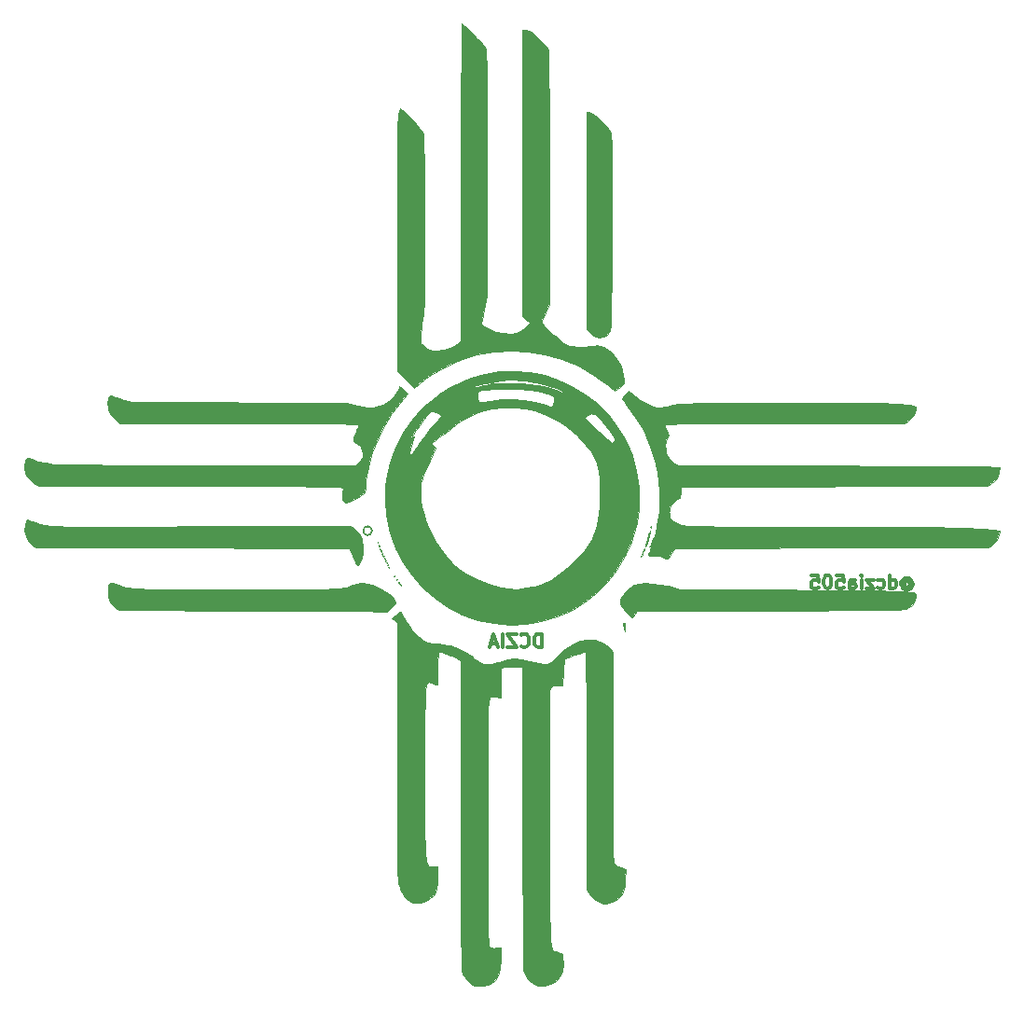
<source format=gbo>
G04 #@! TF.FileFunction,Legend,Bot*
%FSLAX46Y46*%
G04 Gerber Fmt 4.6, Leading zero omitted, Abs format (unit mm)*
G04 Created by KiCad (PCBNEW 4.0.7) date Monday, July 16, 2018 'PMt' 08:39:25 PM*
%MOMM*%
%LPD*%
G01*
G04 APERTURE LIST*
%ADD10C,0.100000*%
%ADD11C,0.300000*%
%ADD12C,0.150000*%
%ADD13C,0.010000*%
G04 APERTURE END LIST*
D10*
D11*
X264216671Y-122653429D02*
X264273813Y-122596286D01*
X264388099Y-122539143D01*
X264502385Y-122539143D01*
X264616671Y-122596286D01*
X264673813Y-122653429D01*
X264730956Y-122767714D01*
X264730956Y-122882000D01*
X264673813Y-122996286D01*
X264616671Y-123053429D01*
X264502385Y-123110571D01*
X264388099Y-123110571D01*
X264273813Y-123053429D01*
X264216671Y-122996286D01*
X264216671Y-122539143D02*
X264216671Y-122996286D01*
X264159528Y-123053429D01*
X264102385Y-123053429D01*
X263988099Y-122996286D01*
X263930956Y-122882000D01*
X263930956Y-122596286D01*
X264045242Y-122424857D01*
X264216671Y-122310571D01*
X264445242Y-122253429D01*
X264673813Y-122310571D01*
X264845242Y-122424857D01*
X264959528Y-122596286D01*
X265016671Y-122824857D01*
X264959528Y-123053429D01*
X264845242Y-123224857D01*
X264673813Y-123339143D01*
X264445242Y-123396286D01*
X264216671Y-123339143D01*
X264045242Y-123224857D01*
X262902385Y-123224857D02*
X262902385Y-122024857D01*
X262902385Y-123167714D02*
X263016671Y-123224857D01*
X263245242Y-123224857D01*
X263359528Y-123167714D01*
X263416671Y-123110571D01*
X263473814Y-122996286D01*
X263473814Y-122653429D01*
X263416671Y-122539143D01*
X263359528Y-122482000D01*
X263245242Y-122424857D01*
X263016671Y-122424857D01*
X262902385Y-122482000D01*
X261816671Y-123167714D02*
X261930957Y-123224857D01*
X262159528Y-123224857D01*
X262273814Y-123167714D01*
X262330957Y-123110571D01*
X262388100Y-122996286D01*
X262388100Y-122653429D01*
X262330957Y-122539143D01*
X262273814Y-122482000D01*
X262159528Y-122424857D01*
X261930957Y-122424857D01*
X261816671Y-122482000D01*
X261416671Y-122424857D02*
X260788100Y-122424857D01*
X261416671Y-123224857D01*
X260788100Y-123224857D01*
X260330957Y-123224857D02*
X260330957Y-122424857D01*
X260330957Y-122024857D02*
X260388100Y-122082000D01*
X260330957Y-122139143D01*
X260273814Y-122082000D01*
X260330957Y-122024857D01*
X260330957Y-122139143D01*
X259245242Y-123224857D02*
X259245242Y-122596286D01*
X259302385Y-122482000D01*
X259416671Y-122424857D01*
X259645242Y-122424857D01*
X259759528Y-122482000D01*
X259245242Y-123167714D02*
X259359528Y-123224857D01*
X259645242Y-123224857D01*
X259759528Y-123167714D01*
X259816671Y-123053429D01*
X259816671Y-122939143D01*
X259759528Y-122824857D01*
X259645242Y-122767714D01*
X259359528Y-122767714D01*
X259245242Y-122710571D01*
X258102385Y-122024857D02*
X258673814Y-122024857D01*
X258730957Y-122596286D01*
X258673814Y-122539143D01*
X258559528Y-122482000D01*
X258273814Y-122482000D01*
X258159528Y-122539143D01*
X258102385Y-122596286D01*
X258045242Y-122710571D01*
X258045242Y-122996286D01*
X258102385Y-123110571D01*
X258159528Y-123167714D01*
X258273814Y-123224857D01*
X258559528Y-123224857D01*
X258673814Y-123167714D01*
X258730957Y-123110571D01*
X257302385Y-122024857D02*
X257188100Y-122024857D01*
X257073814Y-122082000D01*
X257016671Y-122139143D01*
X256959528Y-122253429D01*
X256902385Y-122482000D01*
X256902385Y-122767714D01*
X256959528Y-122996286D01*
X257016671Y-123110571D01*
X257073814Y-123167714D01*
X257188100Y-123224857D01*
X257302385Y-123224857D01*
X257416671Y-123167714D01*
X257473814Y-123110571D01*
X257530957Y-122996286D01*
X257588100Y-122767714D01*
X257588100Y-122482000D01*
X257530957Y-122253429D01*
X257473814Y-122139143D01*
X257416671Y-122082000D01*
X257302385Y-122024857D01*
X255816671Y-122024857D02*
X256388100Y-122024857D01*
X256445243Y-122596286D01*
X256388100Y-122539143D01*
X256273814Y-122482000D01*
X255988100Y-122482000D01*
X255873814Y-122539143D01*
X255816671Y-122596286D01*
X255759528Y-122710571D01*
X255759528Y-122996286D01*
X255816671Y-123110571D01*
X255873814Y-123167714D01*
X255988100Y-123224857D01*
X256273814Y-123224857D01*
X256388100Y-123167714D01*
X256445243Y-123110571D01*
X231292114Y-128558857D02*
X231292114Y-127358857D01*
X231006399Y-127358857D01*
X230834971Y-127416000D01*
X230720685Y-127530286D01*
X230663542Y-127644571D01*
X230606399Y-127873143D01*
X230606399Y-128044571D01*
X230663542Y-128273143D01*
X230720685Y-128387429D01*
X230834971Y-128501714D01*
X231006399Y-128558857D01*
X231292114Y-128558857D01*
X229406399Y-128444571D02*
X229463542Y-128501714D01*
X229634971Y-128558857D01*
X229749257Y-128558857D01*
X229920685Y-128501714D01*
X230034971Y-128387429D01*
X230092114Y-128273143D01*
X230149257Y-128044571D01*
X230149257Y-127873143D01*
X230092114Y-127644571D01*
X230034971Y-127530286D01*
X229920685Y-127416000D01*
X229749257Y-127358857D01*
X229634971Y-127358857D01*
X229463542Y-127416000D01*
X229406399Y-127473143D01*
X229006399Y-127358857D02*
X228206399Y-127358857D01*
X229006399Y-128558857D01*
X228206399Y-128558857D01*
X227749257Y-128558857D02*
X227749257Y-127358857D01*
X227234971Y-128216000D02*
X226663542Y-128216000D01*
X227349256Y-128558857D02*
X226949256Y-127358857D01*
X226549256Y-128558857D01*
D12*
X215893600Y-117983000D02*
G75*
G03X215893600Y-117983000I-400000J0D01*
G01*
D13*
G36*
X218553911Y-125367771D02*
X218568200Y-125426720D01*
X218627629Y-125603015D01*
X218786744Y-125891337D01*
X219016786Y-126250407D01*
X219288995Y-126638950D01*
X219574612Y-127015688D01*
X219844879Y-127339344D01*
X220043410Y-127544041D01*
X220491199Y-127899621D01*
X220931598Y-128115325D01*
X221436602Y-128218284D01*
X221884290Y-128237842D01*
X222310428Y-128271168D01*
X222787378Y-128355940D01*
X223051711Y-128425555D01*
X223403882Y-128554817D01*
X223810436Y-128733685D01*
X224223583Y-128937343D01*
X224595530Y-129140975D01*
X224878486Y-129319763D01*
X225024661Y-129448891D01*
X225025747Y-129450612D01*
X225142932Y-129561654D01*
X225371802Y-129730474D01*
X225549722Y-129848177D01*
X225938004Y-130046638D01*
X226322850Y-130126119D01*
X226756014Y-130087587D01*
X227289253Y-129932006D01*
X227422624Y-129883112D01*
X228160253Y-129655024D01*
X228827521Y-129568254D01*
X229493244Y-129620488D01*
X230168200Y-129790808D01*
X230616793Y-129921630D01*
X231053390Y-130030390D01*
X231400047Y-130098136D01*
X231468612Y-130106990D01*
X231665734Y-130123151D01*
X231822488Y-130108245D01*
X231976359Y-130039737D01*
X232164833Y-129895093D01*
X232425395Y-129651775D01*
X232738764Y-129343407D01*
X233450930Y-128713408D01*
X234137557Y-128264694D01*
X234821922Y-127984598D01*
X235453000Y-127866406D01*
X235822316Y-127850475D01*
X236130503Y-127892932D01*
X236473362Y-128011684D01*
X236657132Y-128091481D01*
X237061365Y-128308043D01*
X237376219Y-128544026D01*
X237491452Y-128671055D01*
X237706137Y-128972552D01*
X237712168Y-138447967D01*
X237713227Y-140036059D01*
X237714436Y-141436368D01*
X237716065Y-142661111D01*
X237718385Y-143722504D01*
X237721665Y-144632765D01*
X237726175Y-145404111D01*
X237732186Y-146048758D01*
X237739967Y-146578924D01*
X237749788Y-147006825D01*
X237761919Y-147344679D01*
X237776630Y-147604701D01*
X237794191Y-147799110D01*
X237814872Y-147940122D01*
X237838943Y-148039954D01*
X237866673Y-148110823D01*
X237898334Y-148164945D01*
X237927782Y-148205891D01*
X238205760Y-148449926D01*
X238516171Y-148584307D01*
X238894978Y-148680214D01*
X238841809Y-149645118D01*
X238805491Y-150141313D01*
X238753380Y-150491980D01*
X238673682Y-150751552D01*
X238554606Y-150974461D01*
X238553420Y-150976310D01*
X238265855Y-151294902D01*
X237873809Y-151564022D01*
X237443614Y-151749730D01*
X237041607Y-151818087D01*
X236925875Y-151809016D01*
X236501582Y-151664248D01*
X236066326Y-151392354D01*
X235697516Y-151045626D01*
X235593529Y-150909035D01*
X235368859Y-150576986D01*
X235364700Y-139811228D01*
X235363193Y-137909787D01*
X235360191Y-136204215D01*
X235355650Y-134690387D01*
X235349530Y-133364176D01*
X235341788Y-132221456D01*
X235332382Y-131258103D01*
X235321269Y-130469990D01*
X235308408Y-129852991D01*
X235293756Y-129402980D01*
X235277272Y-129115833D01*
X235258913Y-128987423D01*
X235254068Y-128979666D01*
X235107508Y-128978292D01*
X234851436Y-129047647D01*
X234682898Y-129112785D01*
X234292625Y-129267837D01*
X233881836Y-129413667D01*
X233768200Y-129450054D01*
X233318200Y-129588400D01*
X233256355Y-130738400D01*
X233230686Y-131204699D01*
X233207776Y-131600784D01*
X233190280Y-131881998D01*
X233181355Y-131999972D01*
X233083796Y-132064414D01*
X232811612Y-132045921D01*
X232762886Y-132037428D01*
X232398458Y-132024764D01*
X232160007Y-132156699D01*
X232020746Y-132448745D01*
X232015278Y-132470392D01*
X232008555Y-132597242D01*
X232002560Y-132911261D01*
X231997320Y-133399623D01*
X231992862Y-134049497D01*
X231989214Y-134848056D01*
X231986404Y-135782472D01*
X231984460Y-136839915D01*
X231983409Y-138007556D01*
X231983278Y-139272569D01*
X231984096Y-140622123D01*
X231985890Y-142043391D01*
X231988688Y-143523544D01*
X231990127Y-144142829D01*
X231994221Y-145937636D01*
X231997662Y-147543093D01*
X232001110Y-148969844D01*
X232005226Y-150228535D01*
X232010668Y-151329811D01*
X232018098Y-152284316D01*
X232028175Y-153102696D01*
X232041559Y-153795596D01*
X232058909Y-154373661D01*
X232080886Y-154847536D01*
X232108148Y-155227866D01*
X232141357Y-155525297D01*
X232181173Y-155750472D01*
X232228253Y-155914039D01*
X232283260Y-156026641D01*
X232346852Y-156098923D01*
X232419690Y-156141532D01*
X232502433Y-156165111D01*
X232595741Y-156180306D01*
X232700274Y-156197762D01*
X232737879Y-156205959D01*
X233004172Y-156298713D01*
X233136923Y-156447561D01*
X233181022Y-156592069D01*
X233250263Y-157279669D01*
X233162739Y-157904723D01*
X232932719Y-158443423D01*
X232574471Y-158871955D01*
X232102265Y-159166511D01*
X231557732Y-159300878D01*
X230969404Y-159269794D01*
X230468917Y-159059512D01*
X230062247Y-158673314D01*
X229875663Y-158377528D01*
X229618200Y-157888400D01*
X229568200Y-144098530D01*
X229518200Y-130308661D01*
X228622854Y-130330203D01*
X228215641Y-130344985D01*
X227885814Y-130366250D01*
X227683573Y-130390354D01*
X227647854Y-130400974D01*
X227618548Y-130513734D01*
X227594097Y-130788129D01*
X227576695Y-131185813D01*
X227568538Y-131668438D01*
X227568200Y-131792388D01*
X227568200Y-133134573D01*
X227119593Y-133073085D01*
X227003481Y-133051186D01*
X226899901Y-133026197D01*
X226808144Y-133008766D01*
X226727499Y-133009538D01*
X226657259Y-133039158D01*
X226596713Y-133108273D01*
X226545152Y-133227529D01*
X226501866Y-133407572D01*
X226466145Y-133659046D01*
X226437281Y-133992600D01*
X226414564Y-134418877D01*
X226397285Y-134948525D01*
X226384733Y-135592189D01*
X226376199Y-136360515D01*
X226370975Y-137264149D01*
X226368349Y-138313737D01*
X226367614Y-139519925D01*
X226368059Y-140893358D01*
X226368975Y-142444683D01*
X226369652Y-144184546D01*
X226369674Y-144325644D01*
X226370324Y-146115992D01*
X226371846Y-147716111D01*
X226374352Y-149135772D01*
X226377957Y-150384743D01*
X226382773Y-151472796D01*
X226388912Y-152409699D01*
X226396488Y-153205222D01*
X226405613Y-153869136D01*
X226416401Y-154411210D01*
X226428965Y-154841214D01*
X226443417Y-155168918D01*
X226459871Y-155404092D01*
X226478439Y-155556505D01*
X226499234Y-155635928D01*
X226500458Y-155638400D01*
X226604174Y-155790200D01*
X226751550Y-155858281D01*
X227010264Y-155867431D01*
X227112961Y-155862750D01*
X227596153Y-155837101D01*
X227545232Y-156962750D01*
X227494968Y-157627196D01*
X227403058Y-158129788D01*
X227255028Y-158506817D01*
X227036404Y-158794576D01*
X226732711Y-159029356D01*
X226717121Y-159039066D01*
X226374297Y-159183074D01*
X225940133Y-159277100D01*
X225509544Y-159306443D01*
X225221413Y-159270735D01*
X224888323Y-159104965D01*
X224542170Y-158820105D01*
X224253261Y-158478864D01*
X224161614Y-158325492D01*
X224134738Y-158268517D01*
X224110472Y-158201596D01*
X224088684Y-158114744D01*
X224069241Y-157997978D01*
X224052008Y-157841312D01*
X224036854Y-157634763D01*
X224023644Y-157368347D01*
X224012245Y-157032081D01*
X224002524Y-156615979D01*
X223994347Y-156110058D01*
X223987582Y-155504334D01*
X223982094Y-154788823D01*
X223977751Y-153953541D01*
X223974419Y-152988504D01*
X223971966Y-151883727D01*
X223970257Y-150629228D01*
X223969159Y-149215021D01*
X223968539Y-147631122D01*
X223968263Y-145867549D01*
X223968200Y-143914316D01*
X223968200Y-129735460D01*
X223643200Y-129537303D01*
X223381890Y-129405691D01*
X223163093Y-129340337D01*
X223138369Y-129338773D01*
X222941339Y-129296493D01*
X222658958Y-129190646D01*
X222544586Y-129138399D01*
X222293096Y-129019196D01*
X222113195Y-128958397D01*
X221992901Y-128979029D01*
X221920233Y-129104118D01*
X221883212Y-129356692D01*
X221869855Y-129759776D01*
X221868183Y-130336398D01*
X221868200Y-130438400D01*
X221864217Y-130960405D01*
X221853242Y-131403403D01*
X221836737Y-131732827D01*
X221816161Y-131914111D01*
X221804801Y-131938400D01*
X221677197Y-131912037D01*
X221435137Y-131846140D01*
X221342688Y-131818941D01*
X221222105Y-131779708D01*
X221116778Y-131747267D01*
X221025679Y-131733959D01*
X220947780Y-131752126D01*
X220882051Y-131814110D01*
X220827463Y-131932251D01*
X220782989Y-132118892D01*
X220747598Y-132386373D01*
X220720264Y-132747036D01*
X220699956Y-133213222D01*
X220685646Y-133797273D01*
X220676306Y-134511529D01*
X220670907Y-135368334D01*
X220668419Y-136380026D01*
X220667815Y-137558950D01*
X220668066Y-138917444D01*
X220668200Y-139910724D01*
X220667855Y-141419874D01*
X220667664Y-142741372D01*
X220668894Y-143887565D01*
X220672811Y-144870798D01*
X220680681Y-145703417D01*
X220693772Y-146397767D01*
X220713349Y-146966196D01*
X220740678Y-147421047D01*
X220777026Y-147774668D01*
X220823660Y-148039403D01*
X220881846Y-148227598D01*
X220952850Y-148351600D01*
X221037938Y-148423753D01*
X221138377Y-148456404D01*
X221255434Y-148461899D01*
X221390375Y-148452582D01*
X221543200Y-148440869D01*
X221868200Y-148423076D01*
X221867642Y-149255738D01*
X221843827Y-149909353D01*
X221764753Y-150411102D01*
X221617476Y-150804590D01*
X221389056Y-151133421D01*
X221274499Y-151254230D01*
X220793548Y-151615681D01*
X220283655Y-151791414D01*
X219765090Y-151775212D01*
X219662550Y-151748522D01*
X219253331Y-151549133D01*
X218873328Y-151231368D01*
X218575162Y-150850647D01*
X218411456Y-150462394D01*
X218404171Y-150423204D01*
X218344651Y-150161993D01*
X218274441Y-149998555D01*
X218257381Y-149981713D01*
X218246471Y-149876946D01*
X218235913Y-149584574D01*
X218225801Y-149116992D01*
X218216224Y-148486593D01*
X218207277Y-147705774D01*
X218199050Y-146786929D01*
X218191635Y-145742452D01*
X218185125Y-144584739D01*
X218179611Y-143326184D01*
X218175186Y-141979181D01*
X218171940Y-140556126D01*
X218169967Y-139069413D01*
X218169424Y-138124074D01*
X218166015Y-126318689D01*
X217942107Y-126136377D01*
X217718200Y-125954064D01*
X218011909Y-125646232D01*
X218247743Y-125439554D01*
X218441140Y-125341711D01*
X218553911Y-125367771D01*
X218553911Y-125367771D01*
G37*
X218553911Y-125367771D02*
X218568200Y-125426720D01*
X218627629Y-125603015D01*
X218786744Y-125891337D01*
X219016786Y-126250407D01*
X219288995Y-126638950D01*
X219574612Y-127015688D01*
X219844879Y-127339344D01*
X220043410Y-127544041D01*
X220491199Y-127899621D01*
X220931598Y-128115325D01*
X221436602Y-128218284D01*
X221884290Y-128237842D01*
X222310428Y-128271168D01*
X222787378Y-128355940D01*
X223051711Y-128425555D01*
X223403882Y-128554817D01*
X223810436Y-128733685D01*
X224223583Y-128937343D01*
X224595530Y-129140975D01*
X224878486Y-129319763D01*
X225024661Y-129448891D01*
X225025747Y-129450612D01*
X225142932Y-129561654D01*
X225371802Y-129730474D01*
X225549722Y-129848177D01*
X225938004Y-130046638D01*
X226322850Y-130126119D01*
X226756014Y-130087587D01*
X227289253Y-129932006D01*
X227422624Y-129883112D01*
X228160253Y-129655024D01*
X228827521Y-129568254D01*
X229493244Y-129620488D01*
X230168200Y-129790808D01*
X230616793Y-129921630D01*
X231053390Y-130030390D01*
X231400047Y-130098136D01*
X231468612Y-130106990D01*
X231665734Y-130123151D01*
X231822488Y-130108245D01*
X231976359Y-130039737D01*
X232164833Y-129895093D01*
X232425395Y-129651775D01*
X232738764Y-129343407D01*
X233450930Y-128713408D01*
X234137557Y-128264694D01*
X234821922Y-127984598D01*
X235453000Y-127866406D01*
X235822316Y-127850475D01*
X236130503Y-127892932D01*
X236473362Y-128011684D01*
X236657132Y-128091481D01*
X237061365Y-128308043D01*
X237376219Y-128544026D01*
X237491452Y-128671055D01*
X237706137Y-128972552D01*
X237712168Y-138447967D01*
X237713227Y-140036059D01*
X237714436Y-141436368D01*
X237716065Y-142661111D01*
X237718385Y-143722504D01*
X237721665Y-144632765D01*
X237726175Y-145404111D01*
X237732186Y-146048758D01*
X237739967Y-146578924D01*
X237749788Y-147006825D01*
X237761919Y-147344679D01*
X237776630Y-147604701D01*
X237794191Y-147799110D01*
X237814872Y-147940122D01*
X237838943Y-148039954D01*
X237866673Y-148110823D01*
X237898334Y-148164945D01*
X237927782Y-148205891D01*
X238205760Y-148449926D01*
X238516171Y-148584307D01*
X238894978Y-148680214D01*
X238841809Y-149645118D01*
X238805491Y-150141313D01*
X238753380Y-150491980D01*
X238673682Y-150751552D01*
X238554606Y-150974461D01*
X238553420Y-150976310D01*
X238265855Y-151294902D01*
X237873809Y-151564022D01*
X237443614Y-151749730D01*
X237041607Y-151818087D01*
X236925875Y-151809016D01*
X236501582Y-151664248D01*
X236066326Y-151392354D01*
X235697516Y-151045626D01*
X235593529Y-150909035D01*
X235368859Y-150576986D01*
X235364700Y-139811228D01*
X235363193Y-137909787D01*
X235360191Y-136204215D01*
X235355650Y-134690387D01*
X235349530Y-133364176D01*
X235341788Y-132221456D01*
X235332382Y-131258103D01*
X235321269Y-130469990D01*
X235308408Y-129852991D01*
X235293756Y-129402980D01*
X235277272Y-129115833D01*
X235258913Y-128987423D01*
X235254068Y-128979666D01*
X235107508Y-128978292D01*
X234851436Y-129047647D01*
X234682898Y-129112785D01*
X234292625Y-129267837D01*
X233881836Y-129413667D01*
X233768200Y-129450054D01*
X233318200Y-129588400D01*
X233256355Y-130738400D01*
X233230686Y-131204699D01*
X233207776Y-131600784D01*
X233190280Y-131881998D01*
X233181355Y-131999972D01*
X233083796Y-132064414D01*
X232811612Y-132045921D01*
X232762886Y-132037428D01*
X232398458Y-132024764D01*
X232160007Y-132156699D01*
X232020746Y-132448745D01*
X232015278Y-132470392D01*
X232008555Y-132597242D01*
X232002560Y-132911261D01*
X231997320Y-133399623D01*
X231992862Y-134049497D01*
X231989214Y-134848056D01*
X231986404Y-135782472D01*
X231984460Y-136839915D01*
X231983409Y-138007556D01*
X231983278Y-139272569D01*
X231984096Y-140622123D01*
X231985890Y-142043391D01*
X231988688Y-143523544D01*
X231990127Y-144142829D01*
X231994221Y-145937636D01*
X231997662Y-147543093D01*
X232001110Y-148969844D01*
X232005226Y-150228535D01*
X232010668Y-151329811D01*
X232018098Y-152284316D01*
X232028175Y-153102696D01*
X232041559Y-153795596D01*
X232058909Y-154373661D01*
X232080886Y-154847536D01*
X232108148Y-155227866D01*
X232141357Y-155525297D01*
X232181173Y-155750472D01*
X232228253Y-155914039D01*
X232283260Y-156026641D01*
X232346852Y-156098923D01*
X232419690Y-156141532D01*
X232502433Y-156165111D01*
X232595741Y-156180306D01*
X232700274Y-156197762D01*
X232737879Y-156205959D01*
X233004172Y-156298713D01*
X233136923Y-156447561D01*
X233181022Y-156592069D01*
X233250263Y-157279669D01*
X233162739Y-157904723D01*
X232932719Y-158443423D01*
X232574471Y-158871955D01*
X232102265Y-159166511D01*
X231557732Y-159300878D01*
X230969404Y-159269794D01*
X230468917Y-159059512D01*
X230062247Y-158673314D01*
X229875663Y-158377528D01*
X229618200Y-157888400D01*
X229568200Y-144098530D01*
X229518200Y-130308661D01*
X228622854Y-130330203D01*
X228215641Y-130344985D01*
X227885814Y-130366250D01*
X227683573Y-130390354D01*
X227647854Y-130400974D01*
X227618548Y-130513734D01*
X227594097Y-130788129D01*
X227576695Y-131185813D01*
X227568538Y-131668438D01*
X227568200Y-131792388D01*
X227568200Y-133134573D01*
X227119593Y-133073085D01*
X227003481Y-133051186D01*
X226899901Y-133026197D01*
X226808144Y-133008766D01*
X226727499Y-133009538D01*
X226657259Y-133039158D01*
X226596713Y-133108273D01*
X226545152Y-133227529D01*
X226501866Y-133407572D01*
X226466145Y-133659046D01*
X226437281Y-133992600D01*
X226414564Y-134418877D01*
X226397285Y-134948525D01*
X226384733Y-135592189D01*
X226376199Y-136360515D01*
X226370975Y-137264149D01*
X226368349Y-138313737D01*
X226367614Y-139519925D01*
X226368059Y-140893358D01*
X226368975Y-142444683D01*
X226369652Y-144184546D01*
X226369674Y-144325644D01*
X226370324Y-146115992D01*
X226371846Y-147716111D01*
X226374352Y-149135772D01*
X226377957Y-150384743D01*
X226382773Y-151472796D01*
X226388912Y-152409699D01*
X226396488Y-153205222D01*
X226405613Y-153869136D01*
X226416401Y-154411210D01*
X226428965Y-154841214D01*
X226443417Y-155168918D01*
X226459871Y-155404092D01*
X226478439Y-155556505D01*
X226499234Y-155635928D01*
X226500458Y-155638400D01*
X226604174Y-155790200D01*
X226751550Y-155858281D01*
X227010264Y-155867431D01*
X227112961Y-155862750D01*
X227596153Y-155837101D01*
X227545232Y-156962750D01*
X227494968Y-157627196D01*
X227403058Y-158129788D01*
X227255028Y-158506817D01*
X227036404Y-158794576D01*
X226732711Y-159029356D01*
X226717121Y-159039066D01*
X226374297Y-159183074D01*
X225940133Y-159277100D01*
X225509544Y-159306443D01*
X225221413Y-159270735D01*
X224888323Y-159104965D01*
X224542170Y-158820105D01*
X224253261Y-158478864D01*
X224161614Y-158325492D01*
X224134738Y-158268517D01*
X224110472Y-158201596D01*
X224088684Y-158114744D01*
X224069241Y-157997978D01*
X224052008Y-157841312D01*
X224036854Y-157634763D01*
X224023644Y-157368347D01*
X224012245Y-157032081D01*
X224002524Y-156615979D01*
X223994347Y-156110058D01*
X223987582Y-155504334D01*
X223982094Y-154788823D01*
X223977751Y-153953541D01*
X223974419Y-152988504D01*
X223971966Y-151883727D01*
X223970257Y-150629228D01*
X223969159Y-149215021D01*
X223968539Y-147631122D01*
X223968263Y-145867549D01*
X223968200Y-143914316D01*
X223968200Y-129735460D01*
X223643200Y-129537303D01*
X223381890Y-129405691D01*
X223163093Y-129340337D01*
X223138369Y-129338773D01*
X222941339Y-129296493D01*
X222658958Y-129190646D01*
X222544586Y-129138399D01*
X222293096Y-129019196D01*
X222113195Y-128958397D01*
X221992901Y-128979029D01*
X221920233Y-129104118D01*
X221883212Y-129356692D01*
X221869855Y-129759776D01*
X221868183Y-130336398D01*
X221868200Y-130438400D01*
X221864217Y-130960405D01*
X221853242Y-131403403D01*
X221836737Y-131732827D01*
X221816161Y-131914111D01*
X221804801Y-131938400D01*
X221677197Y-131912037D01*
X221435137Y-131846140D01*
X221342688Y-131818941D01*
X221222105Y-131779708D01*
X221116778Y-131747267D01*
X221025679Y-131733959D01*
X220947780Y-131752126D01*
X220882051Y-131814110D01*
X220827463Y-131932251D01*
X220782989Y-132118892D01*
X220747598Y-132386373D01*
X220720264Y-132747036D01*
X220699956Y-133213222D01*
X220685646Y-133797273D01*
X220676306Y-134511529D01*
X220670907Y-135368334D01*
X220668419Y-136380026D01*
X220667815Y-137558950D01*
X220668066Y-138917444D01*
X220668200Y-139910724D01*
X220667855Y-141419874D01*
X220667664Y-142741372D01*
X220668894Y-143887565D01*
X220672811Y-144870798D01*
X220680681Y-145703417D01*
X220693772Y-146397767D01*
X220713349Y-146966196D01*
X220740678Y-147421047D01*
X220777026Y-147774668D01*
X220823660Y-148039403D01*
X220881846Y-148227598D01*
X220952850Y-148351600D01*
X221037938Y-148423753D01*
X221138377Y-148456404D01*
X221255434Y-148461899D01*
X221390375Y-148452582D01*
X221543200Y-148440869D01*
X221868200Y-148423076D01*
X221867642Y-149255738D01*
X221843827Y-149909353D01*
X221764753Y-150411102D01*
X221617476Y-150804590D01*
X221389056Y-151133421D01*
X221274499Y-151254230D01*
X220793548Y-151615681D01*
X220283655Y-151791414D01*
X219765090Y-151775212D01*
X219662550Y-151748522D01*
X219253331Y-151549133D01*
X218873328Y-151231368D01*
X218575162Y-150850647D01*
X218411456Y-150462394D01*
X218404171Y-150423204D01*
X218344651Y-150161993D01*
X218274441Y-149998555D01*
X218257381Y-149981713D01*
X218246471Y-149876946D01*
X218235913Y-149584574D01*
X218225801Y-149116992D01*
X218216224Y-148486593D01*
X218207277Y-147705774D01*
X218199050Y-146786929D01*
X218191635Y-145742452D01*
X218185125Y-144584739D01*
X218179611Y-143326184D01*
X218175186Y-141979181D01*
X218171940Y-140556126D01*
X218169967Y-139069413D01*
X218169424Y-138124074D01*
X218166015Y-126318689D01*
X217942107Y-126136377D01*
X217718200Y-125954064D01*
X218011909Y-125646232D01*
X218247743Y-125439554D01*
X218441140Y-125341711D01*
X218553911Y-125367771D01*
G36*
X238853859Y-126493675D02*
X238850173Y-126753786D01*
X238818042Y-127088400D01*
X238742426Y-126747427D01*
X238704952Y-126506433D01*
X238712370Y-126363435D01*
X238717505Y-126355761D01*
X238806784Y-126342330D01*
X238853859Y-126493675D01*
X238853859Y-126493675D01*
G37*
X238853859Y-126493675D02*
X238850173Y-126753786D01*
X238818042Y-127088400D01*
X238742426Y-126747427D01*
X238704952Y-126506433D01*
X238712370Y-126363435D01*
X238717505Y-126355761D01*
X238806784Y-126342330D01*
X238853859Y-126493675D01*
G36*
X230250784Y-103599886D02*
X231592975Y-103861681D01*
X232487591Y-104139542D01*
X233880925Y-104748615D01*
X235158967Y-105509951D01*
X236312554Y-106410010D01*
X237332520Y-107435251D01*
X238209704Y-108572133D01*
X238934941Y-109807116D01*
X239499068Y-111126658D01*
X239892921Y-112517219D01*
X240107336Y-113965258D01*
X240134027Y-115438400D01*
X240093421Y-116024651D01*
X240028071Y-116638356D01*
X239947797Y-117197775D01*
X239880931Y-117544777D01*
X239457476Y-118967689D01*
X238867146Y-120298643D01*
X238124285Y-121527854D01*
X237243239Y-122645540D01*
X236238354Y-123641914D01*
X235123975Y-124507192D01*
X233914449Y-125231591D01*
X232624122Y-125805326D01*
X231267338Y-126218613D01*
X229858444Y-126461666D01*
X228411786Y-126524703D01*
X226941708Y-126397937D01*
X226908077Y-126392764D01*
X225444376Y-126068479D01*
X224054742Y-125568651D01*
X222752670Y-124905533D01*
X221551657Y-124091377D01*
X220465196Y-123138433D01*
X219506785Y-122058955D01*
X218689917Y-120865194D01*
X218028089Y-119569403D01*
X217534797Y-118183832D01*
X217430411Y-117788400D01*
X217178717Y-116496019D01*
X217078926Y-115262700D01*
X217115733Y-114326963D01*
X220277239Y-114326963D01*
X220292780Y-114742133D01*
X220295253Y-114784382D01*
X220342134Y-115297114D01*
X220427482Y-115787589D01*
X220566234Y-116324833D01*
X220763706Y-116949147D01*
X221065289Y-117787152D01*
X221372117Y-118486539D01*
X221717248Y-119106745D01*
X222133742Y-119707209D01*
X222652215Y-120344524D01*
X223351514Y-121079819D01*
X224082489Y-121678765D01*
X224888162Y-122168128D01*
X225811554Y-122574674D01*
X226718200Y-122874260D01*
X227614636Y-123111610D01*
X228348388Y-123251507D01*
X228915015Y-123293203D01*
X229118200Y-123279215D01*
X229333867Y-123250184D01*
X229652628Y-123206752D01*
X229818200Y-123184053D01*
X230654987Y-123026003D01*
X231413994Y-122782520D01*
X232133052Y-122433466D01*
X232849996Y-121958700D01*
X233602658Y-121338082D01*
X234030584Y-120941605D01*
X234669384Y-120310949D01*
X235171010Y-119760791D01*
X235558751Y-119252252D01*
X235855898Y-118746451D01*
X236085741Y-118204509D01*
X236271568Y-117587545D01*
X236415356Y-116960482D01*
X236484667Y-116493160D01*
X236534864Y-115884457D01*
X236565364Y-115188886D01*
X236575587Y-114460958D01*
X236564951Y-113755183D01*
X236532876Y-113126073D01*
X236478780Y-112628138D01*
X236462542Y-112534660D01*
X236199832Y-111665621D01*
X235757620Y-110806697D01*
X235155915Y-109982014D01*
X234414724Y-109215695D01*
X233554055Y-108531866D01*
X232718200Y-108019885D01*
X232157458Y-107725552D01*
X235218200Y-107725552D01*
X236418200Y-108876915D01*
X236820906Y-109260145D01*
X237173755Y-109589962D01*
X237451574Y-109843312D01*
X237629189Y-109997141D01*
X237680955Y-110033339D01*
X237788817Y-109970503D01*
X237868177Y-109888426D01*
X237919165Y-109774692D01*
X237888313Y-109613416D01*
X237761922Y-109358772D01*
X237655422Y-109176793D01*
X237409539Y-108815337D01*
X237091807Y-108414956D01*
X236743126Y-108020659D01*
X236404393Y-107677454D01*
X236116508Y-107430351D01*
X235999159Y-107354074D01*
X235825566Y-107296648D01*
X235659920Y-107355140D01*
X235499159Y-107481647D01*
X235218200Y-107725552D01*
X232157458Y-107725552D01*
X232057608Y-107673141D01*
X231521978Y-107411679D01*
X231065246Y-107217100D01*
X230641349Y-107071002D01*
X230204222Y-106954985D01*
X229872784Y-106883252D01*
X228875909Y-106761173D01*
X227828412Y-106776646D01*
X226769268Y-106919758D01*
X225737455Y-107180594D01*
X224771952Y-107549242D01*
X223911735Y-108015787D01*
X223195781Y-108570315D01*
X223179665Y-108585604D01*
X222900654Y-108843857D01*
X222675566Y-109037638D01*
X222543645Y-109133590D01*
X222529272Y-109138400D01*
X222409016Y-109193085D01*
X222187510Y-109333156D01*
X221914399Y-109522629D01*
X221639326Y-109725525D01*
X221411935Y-109905861D01*
X221281868Y-110027656D01*
X221268200Y-110052415D01*
X221341196Y-110159298D01*
X221484873Y-110278823D01*
X221701547Y-110430587D01*
X221138154Y-111630673D01*
X220829089Y-112299009D01*
X220600119Y-112827892D01*
X220440847Y-113256225D01*
X220340875Y-113622913D01*
X220289805Y-113966858D01*
X220277239Y-114326963D01*
X217115733Y-114326963D01*
X217127755Y-114021340D01*
X217212654Y-113337984D01*
X217535962Y-111837999D01*
X217890382Y-110835202D01*
X219272916Y-110835202D01*
X219303569Y-111006951D01*
X219433149Y-111014794D01*
X219529678Y-110961868D01*
X219624798Y-110854812D01*
X219805290Y-110614561D01*
X220046605Y-110275002D01*
X220324190Y-109870022D01*
X220369426Y-109802766D01*
X220701124Y-109328751D01*
X221054385Y-108857702D01*
X221385275Y-108446430D01*
X221632947Y-108168893D01*
X221887842Y-107899680D01*
X222076628Y-107684785D01*
X222164871Y-107563787D01*
X222167429Y-107554527D01*
X222084327Y-107456372D01*
X221883071Y-107325107D01*
X221633298Y-107196420D01*
X221404650Y-107106003D01*
X221266763Y-107089545D01*
X221263538Y-107091280D01*
X221213643Y-107131442D01*
X221135840Y-107214234D01*
X221014241Y-107359574D01*
X220832957Y-107587380D01*
X220576099Y-107917569D01*
X220227780Y-108370059D01*
X219844728Y-108869895D01*
X219586090Y-109222438D01*
X219426736Y-109470861D01*
X219373094Y-109601084D01*
X219431596Y-109599024D01*
X219558094Y-109497545D01*
X219650261Y-109425356D01*
X219679933Y-109449202D01*
X219644231Y-109597242D01*
X219540276Y-109897634D01*
X219508094Y-109986595D01*
X219341116Y-110496198D01*
X219272916Y-110835202D01*
X217890382Y-110835202D01*
X218035907Y-110423457D01*
X218703586Y-109105140D01*
X219530095Y-107893832D01*
X220506528Y-106800314D01*
X221623981Y-105835369D01*
X221936686Y-105628765D01*
X225430340Y-105628765D01*
X225490639Y-105902560D01*
X225496108Y-105922727D01*
X225577305Y-106188185D01*
X225665416Y-106304881D01*
X225817360Y-106317703D01*
X225966348Y-106293577D01*
X226638255Y-106178036D01*
X227175276Y-106102174D01*
X227637507Y-106061134D01*
X228085040Y-106050057D01*
X228577969Y-106064084D01*
X228718200Y-106071096D01*
X229707896Y-106157256D01*
X230614091Y-106302360D01*
X231388815Y-106498051D01*
X231618200Y-106576270D01*
X231955349Y-106690330D01*
X232154419Y-106720487D01*
X232259258Y-106665919D01*
X232303995Y-106563400D01*
X232405595Y-106173816D01*
X232435072Y-105927046D01*
X232382175Y-105775717D01*
X232236651Y-105672452D01*
X232098311Y-105612940D01*
X231502821Y-105408188D01*
X230867741Y-105258954D01*
X230153294Y-105159645D01*
X229319697Y-105104666D01*
X228368200Y-105088400D01*
X227505227Y-105095524D01*
X226822144Y-105118190D01*
X226299303Y-105158333D01*
X225917055Y-105217890D01*
X225655753Y-105298796D01*
X225536461Y-105367502D01*
X225444005Y-105472564D01*
X225430340Y-105628765D01*
X221936686Y-105628765D01*
X222873551Y-105009780D01*
X223030522Y-104932545D01*
X225114581Y-104932545D01*
X225225212Y-104942760D01*
X225477023Y-104903663D01*
X225819670Y-104823554D01*
X225888837Y-104804944D01*
X226191649Y-104730637D01*
X226504056Y-104676492D01*
X226865211Y-104639470D01*
X227314269Y-104616534D01*
X227890384Y-104604647D01*
X228518200Y-104600941D01*
X229452856Y-104611878D01*
X230233298Y-104653262D01*
X230903904Y-104731852D01*
X231509051Y-104854406D01*
X232093118Y-105027681D01*
X232620368Y-105225649D01*
X232901369Y-105338784D01*
X233093043Y-105414452D01*
X233143200Y-105432946D01*
X233167780Y-105362424D01*
X233168200Y-105345584D01*
X233082137Y-105264131D01*
X232858710Y-105146881D01*
X232607350Y-105042929D01*
X231176146Y-104601963D01*
X229752677Y-104350645D01*
X228351601Y-104291042D01*
X227613393Y-104338893D01*
X227137634Y-104400017D01*
X226640217Y-104483688D01*
X226157928Y-104581166D01*
X225727557Y-104683711D01*
X225385892Y-104782584D01*
X225169719Y-104869044D01*
X225114581Y-104932545D01*
X223030522Y-104932545D01*
X224246333Y-104334329D01*
X224837000Y-104105348D01*
X226110632Y-103745699D01*
X227466330Y-103541701D01*
X228860808Y-103493161D01*
X230250784Y-103599886D01*
X230250784Y-103599886D01*
G37*
X230250784Y-103599886D02*
X231592975Y-103861681D01*
X232487591Y-104139542D01*
X233880925Y-104748615D01*
X235158967Y-105509951D01*
X236312554Y-106410010D01*
X237332520Y-107435251D01*
X238209704Y-108572133D01*
X238934941Y-109807116D01*
X239499068Y-111126658D01*
X239892921Y-112517219D01*
X240107336Y-113965258D01*
X240134027Y-115438400D01*
X240093421Y-116024651D01*
X240028071Y-116638356D01*
X239947797Y-117197775D01*
X239880931Y-117544777D01*
X239457476Y-118967689D01*
X238867146Y-120298643D01*
X238124285Y-121527854D01*
X237243239Y-122645540D01*
X236238354Y-123641914D01*
X235123975Y-124507192D01*
X233914449Y-125231591D01*
X232624122Y-125805326D01*
X231267338Y-126218613D01*
X229858444Y-126461666D01*
X228411786Y-126524703D01*
X226941708Y-126397937D01*
X226908077Y-126392764D01*
X225444376Y-126068479D01*
X224054742Y-125568651D01*
X222752670Y-124905533D01*
X221551657Y-124091377D01*
X220465196Y-123138433D01*
X219506785Y-122058955D01*
X218689917Y-120865194D01*
X218028089Y-119569403D01*
X217534797Y-118183832D01*
X217430411Y-117788400D01*
X217178717Y-116496019D01*
X217078926Y-115262700D01*
X217115733Y-114326963D01*
X220277239Y-114326963D01*
X220292780Y-114742133D01*
X220295253Y-114784382D01*
X220342134Y-115297114D01*
X220427482Y-115787589D01*
X220566234Y-116324833D01*
X220763706Y-116949147D01*
X221065289Y-117787152D01*
X221372117Y-118486539D01*
X221717248Y-119106745D01*
X222133742Y-119707209D01*
X222652215Y-120344524D01*
X223351514Y-121079819D01*
X224082489Y-121678765D01*
X224888162Y-122168128D01*
X225811554Y-122574674D01*
X226718200Y-122874260D01*
X227614636Y-123111610D01*
X228348388Y-123251507D01*
X228915015Y-123293203D01*
X229118200Y-123279215D01*
X229333867Y-123250184D01*
X229652628Y-123206752D01*
X229818200Y-123184053D01*
X230654987Y-123026003D01*
X231413994Y-122782520D01*
X232133052Y-122433466D01*
X232849996Y-121958700D01*
X233602658Y-121338082D01*
X234030584Y-120941605D01*
X234669384Y-120310949D01*
X235171010Y-119760791D01*
X235558751Y-119252252D01*
X235855898Y-118746451D01*
X236085741Y-118204509D01*
X236271568Y-117587545D01*
X236415356Y-116960482D01*
X236484667Y-116493160D01*
X236534864Y-115884457D01*
X236565364Y-115188886D01*
X236575587Y-114460958D01*
X236564951Y-113755183D01*
X236532876Y-113126073D01*
X236478780Y-112628138D01*
X236462542Y-112534660D01*
X236199832Y-111665621D01*
X235757620Y-110806697D01*
X235155915Y-109982014D01*
X234414724Y-109215695D01*
X233554055Y-108531866D01*
X232718200Y-108019885D01*
X232157458Y-107725552D01*
X235218200Y-107725552D01*
X236418200Y-108876915D01*
X236820906Y-109260145D01*
X237173755Y-109589962D01*
X237451574Y-109843312D01*
X237629189Y-109997141D01*
X237680955Y-110033339D01*
X237788817Y-109970503D01*
X237868177Y-109888426D01*
X237919165Y-109774692D01*
X237888313Y-109613416D01*
X237761922Y-109358772D01*
X237655422Y-109176793D01*
X237409539Y-108815337D01*
X237091807Y-108414956D01*
X236743126Y-108020659D01*
X236404393Y-107677454D01*
X236116508Y-107430351D01*
X235999159Y-107354074D01*
X235825566Y-107296648D01*
X235659920Y-107355140D01*
X235499159Y-107481647D01*
X235218200Y-107725552D01*
X232157458Y-107725552D01*
X232057608Y-107673141D01*
X231521978Y-107411679D01*
X231065246Y-107217100D01*
X230641349Y-107071002D01*
X230204222Y-106954985D01*
X229872784Y-106883252D01*
X228875909Y-106761173D01*
X227828412Y-106776646D01*
X226769268Y-106919758D01*
X225737455Y-107180594D01*
X224771952Y-107549242D01*
X223911735Y-108015787D01*
X223195781Y-108570315D01*
X223179665Y-108585604D01*
X222900654Y-108843857D01*
X222675566Y-109037638D01*
X222543645Y-109133590D01*
X222529272Y-109138400D01*
X222409016Y-109193085D01*
X222187510Y-109333156D01*
X221914399Y-109522629D01*
X221639326Y-109725525D01*
X221411935Y-109905861D01*
X221281868Y-110027656D01*
X221268200Y-110052415D01*
X221341196Y-110159298D01*
X221484873Y-110278823D01*
X221701547Y-110430587D01*
X221138154Y-111630673D01*
X220829089Y-112299009D01*
X220600119Y-112827892D01*
X220440847Y-113256225D01*
X220340875Y-113622913D01*
X220289805Y-113966858D01*
X220277239Y-114326963D01*
X217115733Y-114326963D01*
X217127755Y-114021340D01*
X217212654Y-113337984D01*
X217535962Y-111837999D01*
X217890382Y-110835202D01*
X219272916Y-110835202D01*
X219303569Y-111006951D01*
X219433149Y-111014794D01*
X219529678Y-110961868D01*
X219624798Y-110854812D01*
X219805290Y-110614561D01*
X220046605Y-110275002D01*
X220324190Y-109870022D01*
X220369426Y-109802766D01*
X220701124Y-109328751D01*
X221054385Y-108857702D01*
X221385275Y-108446430D01*
X221632947Y-108168893D01*
X221887842Y-107899680D01*
X222076628Y-107684785D01*
X222164871Y-107563787D01*
X222167429Y-107554527D01*
X222084327Y-107456372D01*
X221883071Y-107325107D01*
X221633298Y-107196420D01*
X221404650Y-107106003D01*
X221266763Y-107089545D01*
X221263538Y-107091280D01*
X221213643Y-107131442D01*
X221135840Y-107214234D01*
X221014241Y-107359574D01*
X220832957Y-107587380D01*
X220576099Y-107917569D01*
X220227780Y-108370059D01*
X219844728Y-108869895D01*
X219586090Y-109222438D01*
X219426736Y-109470861D01*
X219373094Y-109601084D01*
X219431596Y-109599024D01*
X219558094Y-109497545D01*
X219650261Y-109425356D01*
X219679933Y-109449202D01*
X219644231Y-109597242D01*
X219540276Y-109897634D01*
X219508094Y-109986595D01*
X219341116Y-110496198D01*
X219272916Y-110835202D01*
X217890382Y-110835202D01*
X218035907Y-110423457D01*
X218703586Y-109105140D01*
X219530095Y-107893832D01*
X220506528Y-106800314D01*
X221623981Y-105835369D01*
X221936686Y-105628765D01*
X225430340Y-105628765D01*
X225490639Y-105902560D01*
X225496108Y-105922727D01*
X225577305Y-106188185D01*
X225665416Y-106304881D01*
X225817360Y-106317703D01*
X225966348Y-106293577D01*
X226638255Y-106178036D01*
X227175276Y-106102174D01*
X227637507Y-106061134D01*
X228085040Y-106050057D01*
X228577969Y-106064084D01*
X228718200Y-106071096D01*
X229707896Y-106157256D01*
X230614091Y-106302360D01*
X231388815Y-106498051D01*
X231618200Y-106576270D01*
X231955349Y-106690330D01*
X232154419Y-106720487D01*
X232259258Y-106665919D01*
X232303995Y-106563400D01*
X232405595Y-106173816D01*
X232435072Y-105927046D01*
X232382175Y-105775717D01*
X232236651Y-105672452D01*
X232098311Y-105612940D01*
X231502821Y-105408188D01*
X230867741Y-105258954D01*
X230153294Y-105159645D01*
X229319697Y-105104666D01*
X228368200Y-105088400D01*
X227505227Y-105095524D01*
X226822144Y-105118190D01*
X226299303Y-105158333D01*
X225917055Y-105217890D01*
X225655753Y-105298796D01*
X225536461Y-105367502D01*
X225444005Y-105472564D01*
X225430340Y-105628765D01*
X221936686Y-105628765D01*
X222873551Y-105009780D01*
X223030522Y-104932545D01*
X225114581Y-104932545D01*
X225225212Y-104942760D01*
X225477023Y-104903663D01*
X225819670Y-104823554D01*
X225888837Y-104804944D01*
X226191649Y-104730637D01*
X226504056Y-104676492D01*
X226865211Y-104639470D01*
X227314269Y-104616534D01*
X227890384Y-104604647D01*
X228518200Y-104600941D01*
X229452856Y-104611878D01*
X230233298Y-104653262D01*
X230903904Y-104731852D01*
X231509051Y-104854406D01*
X232093118Y-105027681D01*
X232620368Y-105225649D01*
X232901369Y-105338784D01*
X233093043Y-105414452D01*
X233143200Y-105432946D01*
X233167780Y-105362424D01*
X233168200Y-105345584D01*
X233082137Y-105264131D01*
X232858710Y-105146881D01*
X232607350Y-105042929D01*
X231176146Y-104601963D01*
X229752677Y-104350645D01*
X228351601Y-104291042D01*
X227613393Y-104338893D01*
X227137634Y-104400017D01*
X226640217Y-104483688D01*
X226157928Y-104581166D01*
X225727557Y-104683711D01*
X225385892Y-104782584D01*
X225169719Y-104869044D01*
X225114581Y-104932545D01*
X223030522Y-104932545D01*
X224246333Y-104334329D01*
X224837000Y-104105348D01*
X226110632Y-103745699D01*
X227466330Y-103541701D01*
X228860808Y-103493161D01*
X230250784Y-103599886D01*
G36*
X241380588Y-122766929D02*
X242079138Y-122852050D01*
X242759370Y-122993350D01*
X242818200Y-123008820D01*
X243818200Y-123276874D01*
X253768200Y-123352025D01*
X255174199Y-123363192D01*
X256531967Y-123375039D01*
X257827074Y-123387383D01*
X259045093Y-123400038D01*
X260171596Y-123412820D01*
X261192154Y-123425544D01*
X262092339Y-123438025D01*
X262857723Y-123450080D01*
X263473878Y-123461522D01*
X263926375Y-123472168D01*
X264200787Y-123481833D01*
X264268200Y-123486398D01*
X264721802Y-123539043D01*
X265012396Y-123590250D01*
X265176152Y-123656679D01*
X265249239Y-123754988D01*
X265267828Y-123901838D01*
X265268200Y-123946977D01*
X265212498Y-124199765D01*
X265072803Y-124485897D01*
X264890225Y-124743008D01*
X264705876Y-124908730D01*
X264614664Y-124938400D01*
X264467197Y-125018077D01*
X264443216Y-125063400D01*
X264399011Y-125082871D01*
X264274082Y-125100717D01*
X264059641Y-125117064D01*
X263746899Y-125132037D01*
X263327067Y-125145760D01*
X262791357Y-125158361D01*
X262130979Y-125169963D01*
X261337146Y-125180692D01*
X260401069Y-125190674D01*
X259313959Y-125200034D01*
X258067027Y-125208897D01*
X256651486Y-125217389D01*
X255058545Y-125225635D01*
X253279417Y-125233761D01*
X252175377Y-125238400D01*
X239949188Y-125288400D01*
X239729937Y-125563400D01*
X239568882Y-125746628D01*
X239460481Y-125836532D01*
X239452179Y-125838400D01*
X239358504Y-125770664D01*
X239175381Y-125595028D01*
X238992176Y-125402828D01*
X238655920Y-125010225D01*
X238461371Y-124706630D01*
X238391282Y-124459672D01*
X238406799Y-124304085D01*
X238529725Y-124049048D01*
X238760945Y-123727588D01*
X239051689Y-123394012D01*
X239353185Y-123102627D01*
X239616662Y-122907738D01*
X239693431Y-122871434D01*
X240135896Y-122774341D01*
X240715561Y-122740266D01*
X241380588Y-122766929D01*
X241380588Y-122766929D01*
G37*
X241380588Y-122766929D02*
X242079138Y-122852050D01*
X242759370Y-122993350D01*
X242818200Y-123008820D01*
X243818200Y-123276874D01*
X253768200Y-123352025D01*
X255174199Y-123363192D01*
X256531967Y-123375039D01*
X257827074Y-123387383D01*
X259045093Y-123400038D01*
X260171596Y-123412820D01*
X261192154Y-123425544D01*
X262092339Y-123438025D01*
X262857723Y-123450080D01*
X263473878Y-123461522D01*
X263926375Y-123472168D01*
X264200787Y-123481833D01*
X264268200Y-123486398D01*
X264721802Y-123539043D01*
X265012396Y-123590250D01*
X265176152Y-123656679D01*
X265249239Y-123754988D01*
X265267828Y-123901838D01*
X265268200Y-123946977D01*
X265212498Y-124199765D01*
X265072803Y-124485897D01*
X264890225Y-124743008D01*
X264705876Y-124908730D01*
X264614664Y-124938400D01*
X264467197Y-125018077D01*
X264443216Y-125063400D01*
X264399011Y-125082871D01*
X264274082Y-125100717D01*
X264059641Y-125117064D01*
X263746899Y-125132037D01*
X263327067Y-125145760D01*
X262791357Y-125158361D01*
X262130979Y-125169963D01*
X261337146Y-125180692D01*
X260401069Y-125190674D01*
X259313959Y-125200034D01*
X258067027Y-125208897D01*
X256651486Y-125217389D01*
X255058545Y-125225635D01*
X253279417Y-125233761D01*
X252175377Y-125238400D01*
X239949188Y-125288400D01*
X239729937Y-125563400D01*
X239568882Y-125746628D01*
X239460481Y-125836532D01*
X239452179Y-125838400D01*
X239358504Y-125770664D01*
X239175381Y-125595028D01*
X238992176Y-125402828D01*
X238655920Y-125010225D01*
X238461371Y-124706630D01*
X238391282Y-124459672D01*
X238406799Y-124304085D01*
X238529725Y-124049048D01*
X238760945Y-123727588D01*
X239051689Y-123394012D01*
X239353185Y-123102627D01*
X239616662Y-122907738D01*
X239693431Y-122871434D01*
X240135896Y-122774341D01*
X240715561Y-122740266D01*
X241380588Y-122766929D01*
G36*
X192340173Y-122724389D02*
X192641100Y-122827718D01*
X192862540Y-122913170D01*
X193075558Y-122988522D01*
X193293633Y-123054408D01*
X193530244Y-123111463D01*
X193798871Y-123160321D01*
X194112992Y-123201618D01*
X194486087Y-123235989D01*
X194931636Y-123264067D01*
X195463116Y-123286488D01*
X196094008Y-123303887D01*
X196837791Y-123316899D01*
X197707944Y-123326157D01*
X198717946Y-123332297D01*
X199881276Y-123335955D01*
X201211414Y-123337763D01*
X202721839Y-123338359D01*
X203485091Y-123338400D01*
X205082262Y-123338046D01*
X206492873Y-123336642D01*
X207730364Y-123333671D01*
X208808174Y-123328616D01*
X209739744Y-123320962D01*
X210538512Y-123310191D01*
X211217918Y-123295787D01*
X211791403Y-123277235D01*
X212272405Y-123254017D01*
X212674364Y-123225618D01*
X213010719Y-123191521D01*
X213294911Y-123151209D01*
X213540379Y-123104166D01*
X213760562Y-123049877D01*
X213968901Y-122987824D01*
X214146114Y-122928796D01*
X214514081Y-122821714D01*
X214860332Y-122752648D01*
X215024945Y-122738400D01*
X215452023Y-122788255D01*
X215928079Y-122924756D01*
X216421185Y-123128303D01*
X216899414Y-123379296D01*
X217330838Y-123658134D01*
X217683528Y-123945220D01*
X217925558Y-124220952D01*
X218024998Y-124465732D01*
X218010888Y-124571392D01*
X217918145Y-124694606D01*
X217735665Y-124875626D01*
X217515840Y-125069260D01*
X217311063Y-125230316D01*
X217173725Y-125313603D01*
X217149063Y-125314768D01*
X217047114Y-125311348D01*
X216757377Y-125307241D01*
X216292064Y-125302522D01*
X215663385Y-125297267D01*
X214883552Y-125291552D01*
X213964775Y-125285452D01*
X212919266Y-125279041D01*
X211759236Y-125272397D01*
X210496895Y-125265594D01*
X209144455Y-125258708D01*
X207714127Y-125251814D01*
X206218121Y-125244987D01*
X205015723Y-125239768D01*
X192913247Y-125188400D01*
X192634786Y-124969337D01*
X192269093Y-124642270D01*
X192051891Y-124324429D01*
X191948318Y-123945151D01*
X191923628Y-123527806D01*
X191934354Y-123087790D01*
X191991222Y-122822956D01*
X192118429Y-122709692D01*
X192340173Y-122724389D01*
X192340173Y-122724389D01*
G37*
X192340173Y-122724389D02*
X192641100Y-122827718D01*
X192862540Y-122913170D01*
X193075558Y-122988522D01*
X193293633Y-123054408D01*
X193530244Y-123111463D01*
X193798871Y-123160321D01*
X194112992Y-123201618D01*
X194486087Y-123235989D01*
X194931636Y-123264067D01*
X195463116Y-123286488D01*
X196094008Y-123303887D01*
X196837791Y-123316899D01*
X197707944Y-123326157D01*
X198717946Y-123332297D01*
X199881276Y-123335955D01*
X201211414Y-123337763D01*
X202721839Y-123338359D01*
X203485091Y-123338400D01*
X205082262Y-123338046D01*
X206492873Y-123336642D01*
X207730364Y-123333671D01*
X208808174Y-123328616D01*
X209739744Y-123320962D01*
X210538512Y-123310191D01*
X211217918Y-123295787D01*
X211791403Y-123277235D01*
X212272405Y-123254017D01*
X212674364Y-123225618D01*
X213010719Y-123191521D01*
X213294911Y-123151209D01*
X213540379Y-123104166D01*
X213760562Y-123049877D01*
X213968901Y-122987824D01*
X214146114Y-122928796D01*
X214514081Y-122821714D01*
X214860332Y-122752648D01*
X215024945Y-122738400D01*
X215452023Y-122788255D01*
X215928079Y-122924756D01*
X216421185Y-123128303D01*
X216899414Y-123379296D01*
X217330838Y-123658134D01*
X217683528Y-123945220D01*
X217925558Y-124220952D01*
X218024998Y-124465732D01*
X218010888Y-124571392D01*
X217918145Y-124694606D01*
X217735665Y-124875626D01*
X217515840Y-125069260D01*
X217311063Y-125230316D01*
X217173725Y-125313603D01*
X217149063Y-125314768D01*
X217047114Y-125311348D01*
X216757377Y-125307241D01*
X216292064Y-125302522D01*
X215663385Y-125297267D01*
X214883552Y-125291552D01*
X213964775Y-125285452D01*
X212919266Y-125279041D01*
X211759236Y-125272397D01*
X210496895Y-125265594D01*
X209144455Y-125258708D01*
X207714127Y-125251814D01*
X206218121Y-125244987D01*
X205015723Y-125239768D01*
X192913247Y-125188400D01*
X192634786Y-124969337D01*
X192269093Y-124642270D01*
X192051891Y-124324429D01*
X191948318Y-123945151D01*
X191923628Y-123527806D01*
X191934354Y-123087790D01*
X191991222Y-122822956D01*
X192118429Y-122709692D01*
X192340173Y-122724389D01*
G36*
X218320744Y-122669782D02*
X218393200Y-122725644D01*
X218548667Y-122871605D01*
X218547991Y-122936758D01*
X218530444Y-122938400D01*
X218446970Y-122870062D01*
X218355444Y-122763400D01*
X218268959Y-122644950D01*
X218320744Y-122669782D01*
X218320744Y-122669782D01*
G37*
X218320744Y-122669782D02*
X218393200Y-122725644D01*
X218548667Y-122871605D01*
X218547991Y-122936758D01*
X218530444Y-122938400D01*
X218446970Y-122870062D01*
X218355444Y-122763400D01*
X218268959Y-122644950D01*
X218320744Y-122669782D01*
G36*
X218168200Y-122388400D02*
X218118200Y-122438400D01*
X218068200Y-122388400D01*
X218118200Y-122338400D01*
X218168200Y-122388400D01*
X218168200Y-122388400D01*
G37*
X218168200Y-122388400D02*
X218118200Y-122438400D01*
X218068200Y-122388400D01*
X218118200Y-122338400D01*
X218168200Y-122388400D01*
G36*
X217968200Y-122088400D02*
X217918200Y-122138400D01*
X217868200Y-122088400D01*
X217918200Y-122038400D01*
X217968200Y-122088400D01*
X217968200Y-122088400D01*
G37*
X217968200Y-122088400D02*
X217918200Y-122138400D01*
X217868200Y-122088400D01*
X217918200Y-122038400D01*
X217968200Y-122088400D01*
G36*
X217468200Y-121288400D02*
X217418200Y-121338400D01*
X217368200Y-121288400D01*
X217418200Y-121238400D01*
X217468200Y-121288400D01*
X217468200Y-121288400D01*
G37*
X217468200Y-121288400D02*
X217418200Y-121338400D01*
X217368200Y-121288400D01*
X217418200Y-121238400D01*
X217468200Y-121288400D01*
G36*
X184989251Y-117134972D02*
X185301381Y-117247799D01*
X185724604Y-117369341D01*
X186172788Y-117475108D01*
X186218200Y-117484384D01*
X186351182Y-117508063D01*
X186508278Y-117529162D01*
X186700283Y-117547769D01*
X186937991Y-117563971D01*
X187232198Y-117577857D01*
X187593697Y-117589512D01*
X188033284Y-117599025D01*
X188561752Y-117606483D01*
X189189897Y-117611973D01*
X189928512Y-117615582D01*
X190788394Y-117617399D01*
X191780335Y-117617509D01*
X192915132Y-117616001D01*
X194203578Y-117612962D01*
X195656468Y-117608480D01*
X197284597Y-117602641D01*
X199098759Y-117595533D01*
X199668200Y-117593218D01*
X201257768Y-117586530D01*
X202801706Y-117579677D01*
X204287127Y-117572733D01*
X205701146Y-117565774D01*
X207030877Y-117558875D01*
X208263433Y-117552111D01*
X209385930Y-117545557D01*
X210385481Y-117539288D01*
X211249201Y-117533381D01*
X211964203Y-117527909D01*
X212517603Y-117522948D01*
X212896514Y-117518573D01*
X213086109Y-117514929D01*
X213567365Y-117518367D01*
X213923102Y-117587663D01*
X214217544Y-117752686D01*
X214514914Y-118043306D01*
X214702217Y-118266557D01*
X214864039Y-118493564D01*
X214959884Y-118722745D01*
X215011336Y-119025092D01*
X215034670Y-119360087D01*
X215030945Y-119943163D01*
X214946451Y-120420970D01*
X214894864Y-120581797D01*
X214747189Y-120930492D01*
X214617042Y-121086949D01*
X214493869Y-121056949D01*
X214375962Y-120865989D01*
X214263961Y-120595224D01*
X214136435Y-120252299D01*
X214096962Y-120138400D01*
X213983842Y-119855982D01*
X213872586Y-119658405D01*
X213831431Y-119615547D01*
X213719794Y-119606957D01*
X213419535Y-119598638D01*
X212942034Y-119590651D01*
X212298667Y-119583055D01*
X211500815Y-119575908D01*
X210559854Y-119569270D01*
X209487165Y-119563199D01*
X208294124Y-119557756D01*
X206992110Y-119552998D01*
X205592502Y-119548985D01*
X204106679Y-119545775D01*
X202546018Y-119543429D01*
X200921897Y-119542005D01*
X199575877Y-119541568D01*
X185433554Y-119540441D01*
X185099393Y-119314420D01*
X184732153Y-118955989D01*
X184477444Y-118484926D01*
X184353714Y-117960702D01*
X184379412Y-117442788D01*
X184448843Y-117217276D01*
X184560302Y-116946152D01*
X184989251Y-117134972D01*
X184989251Y-117134972D01*
G37*
X184989251Y-117134972D02*
X185301381Y-117247799D01*
X185724604Y-117369341D01*
X186172788Y-117475108D01*
X186218200Y-117484384D01*
X186351182Y-117508063D01*
X186508278Y-117529162D01*
X186700283Y-117547769D01*
X186937991Y-117563971D01*
X187232198Y-117577857D01*
X187593697Y-117589512D01*
X188033284Y-117599025D01*
X188561752Y-117606483D01*
X189189897Y-117611973D01*
X189928512Y-117615582D01*
X190788394Y-117617399D01*
X191780335Y-117617509D01*
X192915132Y-117616001D01*
X194203578Y-117612962D01*
X195656468Y-117608480D01*
X197284597Y-117602641D01*
X199098759Y-117595533D01*
X199668200Y-117593218D01*
X201257768Y-117586530D01*
X202801706Y-117579677D01*
X204287127Y-117572733D01*
X205701146Y-117565774D01*
X207030877Y-117558875D01*
X208263433Y-117552111D01*
X209385930Y-117545557D01*
X210385481Y-117539288D01*
X211249201Y-117533381D01*
X211964203Y-117527909D01*
X212517603Y-117522948D01*
X212896514Y-117518573D01*
X213086109Y-117514929D01*
X213567365Y-117518367D01*
X213923102Y-117587663D01*
X214217544Y-117752686D01*
X214514914Y-118043306D01*
X214702217Y-118266557D01*
X214864039Y-118493564D01*
X214959884Y-118722745D01*
X215011336Y-119025092D01*
X215034670Y-119360087D01*
X215030945Y-119943163D01*
X214946451Y-120420970D01*
X214894864Y-120581797D01*
X214747189Y-120930492D01*
X214617042Y-121086949D01*
X214493869Y-121056949D01*
X214375962Y-120865989D01*
X214263961Y-120595224D01*
X214136435Y-120252299D01*
X214096962Y-120138400D01*
X213983842Y-119855982D01*
X213872586Y-119658405D01*
X213831431Y-119615547D01*
X213719794Y-119606957D01*
X213419535Y-119598638D01*
X212942034Y-119590651D01*
X212298667Y-119583055D01*
X211500815Y-119575908D01*
X210559854Y-119569270D01*
X209487165Y-119563199D01*
X208294124Y-119557756D01*
X206992110Y-119552998D01*
X205592502Y-119548985D01*
X204106679Y-119545775D01*
X202546018Y-119543429D01*
X200921897Y-119542005D01*
X199575877Y-119541568D01*
X185433554Y-119540441D01*
X185099393Y-119314420D01*
X184732153Y-118955989D01*
X184477444Y-118484926D01*
X184353714Y-117960702D01*
X184379412Y-117442788D01*
X184448843Y-117217276D01*
X184560302Y-116946152D01*
X184989251Y-117134972D01*
G36*
X217368200Y-121088400D02*
X217318200Y-121138400D01*
X217268200Y-121088400D01*
X217318200Y-121038400D01*
X217368200Y-121088400D01*
X217368200Y-121088400D01*
G37*
X217368200Y-121088400D02*
X217318200Y-121138400D01*
X217268200Y-121088400D01*
X217318200Y-121038400D01*
X217368200Y-121088400D01*
G36*
X217268200Y-120888400D02*
X217218200Y-120938400D01*
X217168200Y-120888400D01*
X217218200Y-120838400D01*
X217268200Y-120888400D01*
X217268200Y-120888400D01*
G37*
X217268200Y-120888400D02*
X217218200Y-120938400D01*
X217168200Y-120888400D01*
X217218200Y-120838400D01*
X217268200Y-120888400D01*
G36*
X217168200Y-120688400D02*
X217118200Y-120738400D01*
X217068200Y-120688400D01*
X217118200Y-120638400D01*
X217168200Y-120688400D01*
X217168200Y-120688400D01*
G37*
X217168200Y-120688400D02*
X217118200Y-120738400D01*
X217068200Y-120688400D01*
X217118200Y-120638400D01*
X217168200Y-120688400D01*
G36*
X217068200Y-120488400D02*
X217018200Y-120538400D01*
X216968200Y-120488400D01*
X217018200Y-120438400D01*
X217068200Y-120488400D01*
X217068200Y-120488400D01*
G37*
X217068200Y-120488400D02*
X217018200Y-120538400D01*
X216968200Y-120488400D01*
X217018200Y-120438400D01*
X217068200Y-120488400D01*
G36*
X239672795Y-105683021D02*
X240142618Y-106056940D01*
X240688940Y-106389828D01*
X241242133Y-106644321D01*
X241718200Y-106780725D01*
X242085425Y-106791721D01*
X242577266Y-106716725D01*
X242968200Y-106622809D01*
X243118483Y-106583811D01*
X243264344Y-106549545D01*
X243419293Y-106519640D01*
X243596842Y-106493726D01*
X243810501Y-106471433D01*
X244073780Y-106452390D01*
X244400190Y-106436228D01*
X244803242Y-106422575D01*
X245296446Y-106411062D01*
X245893313Y-106401319D01*
X246607353Y-106392974D01*
X247452077Y-106385659D01*
X248440995Y-106379001D01*
X249587619Y-106372632D01*
X250905459Y-106366181D01*
X252408025Y-106359277D01*
X252618200Y-106358324D01*
X254549401Y-106351279D01*
X256289288Y-106348645D01*
X257846501Y-106350588D01*
X259229681Y-106357274D01*
X260447467Y-106368868D01*
X261508500Y-106385536D01*
X262421420Y-106407443D01*
X263194869Y-106434756D01*
X263837486Y-106467639D01*
X264357911Y-106506258D01*
X264764786Y-106550780D01*
X265043200Y-106596472D01*
X265227728Y-106711088D01*
X265278876Y-106927607D01*
X265208752Y-107210700D01*
X265029464Y-107525037D01*
X264753120Y-107835289D01*
X264565435Y-107990439D01*
X264229344Y-108238400D01*
X253404673Y-108238400D01*
X251509910Y-108239313D01*
X249787841Y-108242037D01*
X248241297Y-108246546D01*
X246873108Y-108252813D01*
X245686103Y-108260813D01*
X244683112Y-108270521D01*
X243866965Y-108281910D01*
X243240491Y-108294956D01*
X242806519Y-108309631D01*
X242567881Y-108325912D01*
X242518884Y-108337292D01*
X242515597Y-108486686D01*
X242587455Y-108723773D01*
X242604019Y-108762292D01*
X242743248Y-109093882D01*
X242795938Y-109304893D01*
X242767441Y-109452384D01*
X242680151Y-109574146D01*
X242572066Y-109817003D01*
X242525395Y-110179684D01*
X242539209Y-110591980D01*
X242612574Y-110983680D01*
X242701902Y-111213826D01*
X242897406Y-111476677D01*
X243174214Y-111733209D01*
X243260525Y-111795191D01*
X243647274Y-112051129D01*
X257682737Y-112084567D01*
X259352568Y-112089025D01*
X260973887Y-112094291D01*
X262534767Y-112100281D01*
X264023282Y-112106911D01*
X265427508Y-112114097D01*
X266735517Y-112121754D01*
X267935384Y-112129799D01*
X269015183Y-112138149D01*
X269962988Y-112146718D01*
X270766873Y-112155423D01*
X271414912Y-112164180D01*
X271895179Y-112172905D01*
X272195749Y-112181514D01*
X272293004Y-112187446D01*
X272867809Y-112256887D01*
X272826767Y-112587788D01*
X272685817Y-113046885D01*
X272373520Y-113451018D01*
X272144792Y-113643416D01*
X271818200Y-113888400D01*
X243918200Y-113988400D01*
X243913534Y-114481621D01*
X243884057Y-114829736D01*
X243800681Y-115001807D01*
X243763534Y-115022062D01*
X243612821Y-115116323D01*
X243387222Y-115305388D01*
X243243200Y-115442076D01*
X243009896Y-115703143D01*
X242898299Y-115931335D01*
X242868283Y-116211298D01*
X242868200Y-116233209D01*
X242892514Y-116547449D01*
X242952812Y-116802716D01*
X242971543Y-116844647D01*
X243184083Y-117066028D01*
X243554355Y-117270407D01*
X244040102Y-117438500D01*
X244481123Y-117533515D01*
X244693447Y-117551067D01*
X245102594Y-117567081D01*
X245705393Y-117581529D01*
X246498672Y-117594387D01*
X247479260Y-117605628D01*
X248643986Y-117615226D01*
X249989679Y-117623154D01*
X251513166Y-117629386D01*
X253211277Y-117633897D01*
X255080841Y-117636659D01*
X257069194Y-117637644D01*
X258951777Y-117638147D01*
X260646199Y-117639495D01*
X262164296Y-117641818D01*
X263517906Y-117645249D01*
X264718866Y-117649921D01*
X265779013Y-117655964D01*
X266710184Y-117663512D01*
X267524216Y-117672695D01*
X268232948Y-117683647D01*
X268848214Y-117696499D01*
X269381854Y-117711383D01*
X269845704Y-117728432D01*
X270251601Y-117747776D01*
X270611382Y-117769549D01*
X270914517Y-117792056D01*
X271507427Y-117841820D01*
X272028257Y-117888716D01*
X272445597Y-117929655D01*
X272728039Y-117961548D01*
X272844172Y-117981304D01*
X272845095Y-117981962D01*
X272847772Y-118100383D01*
X272793561Y-118330134D01*
X272705259Y-118599104D01*
X272605663Y-118835182D01*
X272541577Y-118942071D01*
X272378589Y-119101148D01*
X272140153Y-119290383D01*
X272102643Y-119317156D01*
X271787087Y-119538570D01*
X257667321Y-119540490D01*
X255661600Y-119541435D01*
X253784446Y-119543678D01*
X252041982Y-119547179D01*
X250440331Y-119551895D01*
X248985617Y-119557785D01*
X247683963Y-119564808D01*
X246541493Y-119572922D01*
X245564329Y-119582085D01*
X244758595Y-119592257D01*
X244130415Y-119603395D01*
X243685911Y-119615457D01*
X243431207Y-119628403D01*
X243369903Y-119637488D01*
X243222922Y-119786357D01*
X243071740Y-120042662D01*
X243031034Y-120135482D01*
X242910806Y-120390226D01*
X242777753Y-120503233D01*
X242574920Y-120493388D01*
X242268200Y-120388400D01*
X241942368Y-120302058D01*
X241556037Y-120250972D01*
X241443200Y-120246007D01*
X241166158Y-120234429D01*
X240994989Y-120213523D01*
X240968200Y-120200612D01*
X241003118Y-120093393D01*
X241090366Y-119871412D01*
X241125890Y-119785419D01*
X241215836Y-119499399D01*
X241241368Y-119262843D01*
X241235215Y-119223068D01*
X241234883Y-119097118D01*
X241288239Y-119100784D01*
X241345352Y-119080141D01*
X241318200Y-118938400D01*
X241293911Y-118782841D01*
X241345679Y-118774481D01*
X241420547Y-118718555D01*
X241514284Y-118489536D01*
X241620089Y-118112674D01*
X241731160Y-117613223D01*
X241840694Y-117016433D01*
X241873180Y-116816208D01*
X241943630Y-116125336D01*
X241966741Y-115303023D01*
X241945608Y-114411367D01*
X241883320Y-113512463D01*
X241782971Y-112668409D01*
X241647651Y-111941301D01*
X241626012Y-111852053D01*
X241149224Y-110327417D01*
X240507721Y-108875102D01*
X239717590Y-107529078D01*
X239302945Y-106947419D01*
X239054051Y-106618554D01*
X238837224Y-106331112D01*
X238693193Y-106139105D01*
X238677986Y-106118637D01*
X238607749Y-105988009D01*
X238635672Y-105860554D01*
X238782798Y-105678004D01*
X238870231Y-105586303D01*
X239202690Y-105243293D01*
X239672795Y-105683021D01*
X239672795Y-105683021D01*
G37*
X239672795Y-105683021D02*
X240142618Y-106056940D01*
X240688940Y-106389828D01*
X241242133Y-106644321D01*
X241718200Y-106780725D01*
X242085425Y-106791721D01*
X242577266Y-106716725D01*
X242968200Y-106622809D01*
X243118483Y-106583811D01*
X243264344Y-106549545D01*
X243419293Y-106519640D01*
X243596842Y-106493726D01*
X243810501Y-106471433D01*
X244073780Y-106452390D01*
X244400190Y-106436228D01*
X244803242Y-106422575D01*
X245296446Y-106411062D01*
X245893313Y-106401319D01*
X246607353Y-106392974D01*
X247452077Y-106385659D01*
X248440995Y-106379001D01*
X249587619Y-106372632D01*
X250905459Y-106366181D01*
X252408025Y-106359277D01*
X252618200Y-106358324D01*
X254549401Y-106351279D01*
X256289288Y-106348645D01*
X257846501Y-106350588D01*
X259229681Y-106357274D01*
X260447467Y-106368868D01*
X261508500Y-106385536D01*
X262421420Y-106407443D01*
X263194869Y-106434756D01*
X263837486Y-106467639D01*
X264357911Y-106506258D01*
X264764786Y-106550780D01*
X265043200Y-106596472D01*
X265227728Y-106711088D01*
X265278876Y-106927607D01*
X265208752Y-107210700D01*
X265029464Y-107525037D01*
X264753120Y-107835289D01*
X264565435Y-107990439D01*
X264229344Y-108238400D01*
X253404673Y-108238400D01*
X251509910Y-108239313D01*
X249787841Y-108242037D01*
X248241297Y-108246546D01*
X246873108Y-108252813D01*
X245686103Y-108260813D01*
X244683112Y-108270521D01*
X243866965Y-108281910D01*
X243240491Y-108294956D01*
X242806519Y-108309631D01*
X242567881Y-108325912D01*
X242518884Y-108337292D01*
X242515597Y-108486686D01*
X242587455Y-108723773D01*
X242604019Y-108762292D01*
X242743248Y-109093882D01*
X242795938Y-109304893D01*
X242767441Y-109452384D01*
X242680151Y-109574146D01*
X242572066Y-109817003D01*
X242525395Y-110179684D01*
X242539209Y-110591980D01*
X242612574Y-110983680D01*
X242701902Y-111213826D01*
X242897406Y-111476677D01*
X243174214Y-111733209D01*
X243260525Y-111795191D01*
X243647274Y-112051129D01*
X257682737Y-112084567D01*
X259352568Y-112089025D01*
X260973887Y-112094291D01*
X262534767Y-112100281D01*
X264023282Y-112106911D01*
X265427508Y-112114097D01*
X266735517Y-112121754D01*
X267935384Y-112129799D01*
X269015183Y-112138149D01*
X269962988Y-112146718D01*
X270766873Y-112155423D01*
X271414912Y-112164180D01*
X271895179Y-112172905D01*
X272195749Y-112181514D01*
X272293004Y-112187446D01*
X272867809Y-112256887D01*
X272826767Y-112587788D01*
X272685817Y-113046885D01*
X272373520Y-113451018D01*
X272144792Y-113643416D01*
X271818200Y-113888400D01*
X243918200Y-113988400D01*
X243913534Y-114481621D01*
X243884057Y-114829736D01*
X243800681Y-115001807D01*
X243763534Y-115022062D01*
X243612821Y-115116323D01*
X243387222Y-115305388D01*
X243243200Y-115442076D01*
X243009896Y-115703143D01*
X242898299Y-115931335D01*
X242868283Y-116211298D01*
X242868200Y-116233209D01*
X242892514Y-116547449D01*
X242952812Y-116802716D01*
X242971543Y-116844647D01*
X243184083Y-117066028D01*
X243554355Y-117270407D01*
X244040102Y-117438500D01*
X244481123Y-117533515D01*
X244693447Y-117551067D01*
X245102594Y-117567081D01*
X245705393Y-117581529D01*
X246498672Y-117594387D01*
X247479260Y-117605628D01*
X248643986Y-117615226D01*
X249989679Y-117623154D01*
X251513166Y-117629386D01*
X253211277Y-117633897D01*
X255080841Y-117636659D01*
X257069194Y-117637644D01*
X258951777Y-117638147D01*
X260646199Y-117639495D01*
X262164296Y-117641818D01*
X263517906Y-117645249D01*
X264718866Y-117649921D01*
X265779013Y-117655964D01*
X266710184Y-117663512D01*
X267524216Y-117672695D01*
X268232948Y-117683647D01*
X268848214Y-117696499D01*
X269381854Y-117711383D01*
X269845704Y-117728432D01*
X270251601Y-117747776D01*
X270611382Y-117769549D01*
X270914517Y-117792056D01*
X271507427Y-117841820D01*
X272028257Y-117888716D01*
X272445597Y-117929655D01*
X272728039Y-117961548D01*
X272844172Y-117981304D01*
X272845095Y-117981962D01*
X272847772Y-118100383D01*
X272793561Y-118330134D01*
X272705259Y-118599104D01*
X272605663Y-118835182D01*
X272541577Y-118942071D01*
X272378589Y-119101148D01*
X272140153Y-119290383D01*
X272102643Y-119317156D01*
X271787087Y-119538570D01*
X257667321Y-119540490D01*
X255661600Y-119541435D01*
X253784446Y-119543678D01*
X252041982Y-119547179D01*
X250440331Y-119551895D01*
X248985617Y-119557785D01*
X247683963Y-119564808D01*
X246541493Y-119572922D01*
X245564329Y-119582085D01*
X244758595Y-119592257D01*
X244130415Y-119603395D01*
X243685911Y-119615457D01*
X243431207Y-119628403D01*
X243369903Y-119637488D01*
X243222922Y-119786357D01*
X243071740Y-120042662D01*
X243031034Y-120135482D01*
X242910806Y-120390226D01*
X242777753Y-120503233D01*
X242574920Y-120493388D01*
X242268200Y-120388400D01*
X241942368Y-120302058D01*
X241556037Y-120250972D01*
X241443200Y-120246007D01*
X241166158Y-120234429D01*
X240994989Y-120213523D01*
X240968200Y-120200612D01*
X241003118Y-120093393D01*
X241090366Y-119871412D01*
X241125890Y-119785419D01*
X241215836Y-119499399D01*
X241241368Y-119262843D01*
X241235215Y-119223068D01*
X241234883Y-119097118D01*
X241288239Y-119100784D01*
X241345352Y-119080141D01*
X241318200Y-118938400D01*
X241293911Y-118782841D01*
X241345679Y-118774481D01*
X241420547Y-118718555D01*
X241514284Y-118489536D01*
X241620089Y-118112674D01*
X241731160Y-117613223D01*
X241840694Y-117016433D01*
X241873180Y-116816208D01*
X241943630Y-116125336D01*
X241966741Y-115303023D01*
X241945608Y-114411367D01*
X241883320Y-113512463D01*
X241782971Y-112668409D01*
X241647651Y-111941301D01*
X241626012Y-111852053D01*
X241149224Y-110327417D01*
X240507721Y-108875102D01*
X239717590Y-107529078D01*
X239302945Y-106947419D01*
X239054051Y-106618554D01*
X238837224Y-106331112D01*
X238693193Y-106139105D01*
X238677986Y-106118637D01*
X238607749Y-105988009D01*
X238635672Y-105860554D01*
X238782798Y-105678004D01*
X238870231Y-105586303D01*
X239202690Y-105243293D01*
X239672795Y-105683021D01*
G36*
X216968200Y-120288400D02*
X216918200Y-120338400D01*
X216868200Y-120288400D01*
X216918200Y-120238400D01*
X216968200Y-120288400D01*
X216968200Y-120288400D01*
G37*
X216968200Y-120288400D02*
X216918200Y-120338400D01*
X216868200Y-120288400D01*
X216918200Y-120238400D01*
X216968200Y-120288400D01*
G36*
X240368200Y-120288400D02*
X240318200Y-120338400D01*
X240268200Y-120288400D01*
X240318200Y-120238400D01*
X240368200Y-120288400D01*
X240368200Y-120288400D01*
G37*
X240368200Y-120288400D02*
X240318200Y-120338400D01*
X240268200Y-120288400D01*
X240318200Y-120238400D01*
X240368200Y-120288400D01*
G36*
X216868200Y-120088400D02*
X216818200Y-120138400D01*
X216768200Y-120088400D01*
X216818200Y-120038400D01*
X216868200Y-120088400D01*
X216868200Y-120088400D01*
G37*
X216868200Y-120088400D02*
X216818200Y-120138400D01*
X216768200Y-120088400D01*
X216818200Y-120038400D01*
X216868200Y-120088400D01*
G36*
X240468200Y-120088400D02*
X240418200Y-120138400D01*
X240368200Y-120088400D01*
X240418200Y-120038400D01*
X240468200Y-120088400D01*
X240468200Y-120088400D01*
G37*
X240468200Y-120088400D02*
X240418200Y-120138400D01*
X240368200Y-120088400D01*
X240418200Y-120038400D01*
X240468200Y-120088400D01*
G36*
X216680407Y-119670900D02*
X216746657Y-119836604D01*
X216739720Y-119900213D01*
X216671508Y-119864561D01*
X216630553Y-119784534D01*
X216573897Y-119594651D01*
X216597159Y-119556767D01*
X216680407Y-119670900D01*
X216680407Y-119670900D01*
G37*
X216680407Y-119670900D02*
X216746657Y-119836604D01*
X216739720Y-119900213D01*
X216671508Y-119864561D01*
X216630553Y-119784534D01*
X216573897Y-119594651D01*
X216597159Y-119556767D01*
X216680407Y-119670900D01*
G36*
X240665137Y-119588400D02*
X240615346Y-119752737D01*
X240568200Y-119838400D01*
X240488962Y-119918442D01*
X240471262Y-119888400D01*
X240521053Y-119724062D01*
X240568200Y-119638400D01*
X240647437Y-119558357D01*
X240665137Y-119588400D01*
X240665137Y-119588400D01*
G37*
X240665137Y-119588400D02*
X240615346Y-119752737D01*
X240568200Y-119838400D01*
X240488962Y-119918442D01*
X240471262Y-119888400D01*
X240521053Y-119724062D01*
X240568200Y-119638400D01*
X240647437Y-119558357D01*
X240665137Y-119588400D01*
G36*
X216534866Y-119271733D02*
X216546834Y-119390409D01*
X216534866Y-119405066D01*
X216475416Y-119391339D01*
X216468200Y-119338400D01*
X216504788Y-119256088D01*
X216534866Y-119271733D01*
X216534866Y-119271733D01*
G37*
X216534866Y-119271733D02*
X216546834Y-119390409D01*
X216534866Y-119405066D01*
X216475416Y-119391339D01*
X216468200Y-119338400D01*
X216504788Y-119256088D01*
X216534866Y-119271733D01*
G36*
X241137381Y-118151209D02*
X241070905Y-118412160D01*
X240978540Y-118728090D01*
X240878187Y-119041372D01*
X240787745Y-119294375D01*
X240725115Y-119429471D01*
X240714181Y-119438400D01*
X240670094Y-119413400D01*
X240701970Y-119282549D01*
X240776647Y-119042056D01*
X240876034Y-118743994D01*
X240982044Y-118440438D01*
X241076587Y-118183462D01*
X241141574Y-118025143D01*
X241160069Y-118002866D01*
X241137381Y-118151209D01*
X241137381Y-118151209D01*
G37*
X241137381Y-118151209D02*
X241070905Y-118412160D01*
X240978540Y-118728090D01*
X240878187Y-119041372D01*
X240787745Y-119294375D01*
X240725115Y-119429471D01*
X240714181Y-119438400D01*
X240670094Y-119413400D01*
X240701970Y-119282549D01*
X240776647Y-119042056D01*
X240876034Y-118743994D01*
X240982044Y-118440438D01*
X241076587Y-118183462D01*
X241141574Y-118025143D01*
X241160069Y-118002866D01*
X241137381Y-118151209D01*
G36*
X241168200Y-119388400D02*
X241118200Y-119438400D01*
X241068200Y-119388400D01*
X241118200Y-119338400D01*
X241168200Y-119388400D01*
X241168200Y-119388400D01*
G37*
X241168200Y-119388400D02*
X241118200Y-119438400D01*
X241068200Y-119388400D01*
X241118200Y-119338400D01*
X241168200Y-119388400D01*
G36*
X216434866Y-118971733D02*
X216446834Y-119090409D01*
X216434866Y-119105066D01*
X216375416Y-119091339D01*
X216368200Y-119038400D01*
X216404788Y-118956088D01*
X216434866Y-118971733D01*
X216434866Y-118971733D01*
G37*
X216434866Y-118971733D02*
X216446834Y-119090409D01*
X216434866Y-119105066D01*
X216375416Y-119091339D01*
X216368200Y-119038400D01*
X216404788Y-118956088D01*
X216434866Y-118971733D01*
G36*
X241234866Y-117571733D02*
X241246834Y-117690409D01*
X241234866Y-117705066D01*
X241175416Y-117691339D01*
X241168200Y-117638400D01*
X241204788Y-117556088D01*
X241234866Y-117571733D01*
X241234866Y-117571733D01*
G37*
X241234866Y-117571733D02*
X241246834Y-117690409D01*
X241234866Y-117705066D01*
X241175416Y-117691339D01*
X241168200Y-117638400D01*
X241204788Y-117556088D01*
X241234866Y-117571733D01*
G36*
X218447948Y-104901148D02*
X218603117Y-105029322D01*
X218741965Y-105165498D01*
X219107325Y-105530858D01*
X218693197Y-106009629D01*
X217663370Y-107342043D01*
X216815400Y-108751140D01*
X216141113Y-110251238D01*
X215924715Y-110860218D01*
X215734389Y-111498455D01*
X215562505Y-112191489D01*
X215420398Y-112882537D01*
X215319402Y-113514816D01*
X215270852Y-114031540D01*
X215268200Y-114149212D01*
X215237165Y-114390197D01*
X215124902Y-114594208D01*
X214902667Y-114787994D01*
X214541718Y-114998302D01*
X214152079Y-115187909D01*
X213749983Y-115358627D01*
X213484946Y-115423278D01*
X213325026Y-115382745D01*
X213238281Y-115237913D01*
X213231228Y-115213400D01*
X213178713Y-114898407D01*
X213176600Y-114589473D01*
X213221645Y-114358573D01*
X213273055Y-114285398D01*
X213317964Y-114172845D01*
X213260811Y-114079497D01*
X213221470Y-114059339D01*
X213132341Y-114041140D01*
X212984055Y-114024804D01*
X212767248Y-114010235D01*
X212472551Y-113997339D01*
X212090599Y-113986020D01*
X211612024Y-113976184D01*
X211027461Y-113967734D01*
X210327542Y-113960576D01*
X209502901Y-113954615D01*
X208544172Y-113949756D01*
X207441987Y-113945903D01*
X206186980Y-113942961D01*
X204769785Y-113940834D01*
X203181035Y-113939429D01*
X201411364Y-113938649D01*
X199451404Y-113938400D01*
X185607356Y-113938400D01*
X185155572Y-113651887D01*
X184712011Y-113263753D01*
X184439173Y-112772101D01*
X184339298Y-112181180D01*
X184339048Y-112103375D01*
X184377050Y-111697421D01*
X184489653Y-111467246D01*
X184694344Y-111396956D01*
X185008606Y-111470658D01*
X185027316Y-111477764D01*
X185627846Y-111677166D01*
X186284735Y-111827169D01*
X186996429Y-111935639D01*
X187196108Y-111948304D01*
X187585333Y-111960526D01*
X188153651Y-111972228D01*
X188890608Y-111983328D01*
X189785751Y-111993747D01*
X190828626Y-112003406D01*
X192008781Y-112012226D01*
X193315761Y-112020125D01*
X194739113Y-112027026D01*
X196268384Y-112032848D01*
X197893120Y-112037512D01*
X199602868Y-112040938D01*
X201065928Y-112042772D01*
X214387550Y-112055083D01*
X214637057Y-111821741D01*
X214900619Y-111537622D01*
X215018084Y-111276687D01*
X215013108Y-110959547D01*
X214964475Y-110722873D01*
X214864947Y-110398888D01*
X214731693Y-110203867D01*
X214516220Y-110067322D01*
X214512163Y-110065382D01*
X214293421Y-109939021D01*
X214218868Y-109800288D01*
X214238484Y-109597579D01*
X214319189Y-109308592D01*
X214448378Y-108965977D01*
X214491624Y-108868097D01*
X214594747Y-108596070D01*
X214631519Y-108393009D01*
X214621103Y-108343097D01*
X214524665Y-108324412D01*
X214257678Y-108307646D01*
X213817188Y-108292770D01*
X213200243Y-108279756D01*
X212403891Y-108268576D01*
X211425180Y-108259200D01*
X210261157Y-108251601D01*
X208908870Y-108245750D01*
X207365366Y-108241618D01*
X205627694Y-108239178D01*
X203748012Y-108238400D01*
X192939628Y-108238400D01*
X192463642Y-107762414D01*
X192181827Y-107454720D01*
X192018645Y-107193040D01*
X191932158Y-106904149D01*
X191915505Y-106805289D01*
X191890403Y-106415700D01*
X191926698Y-106071911D01*
X192013279Y-105820957D01*
X192139034Y-105709870D01*
X192174441Y-105709337D01*
X192330085Y-105748432D01*
X192622934Y-105834959D01*
X193000438Y-105953160D01*
X193168200Y-106007352D01*
X194018200Y-106284431D01*
X213518200Y-106397055D01*
X214562019Y-106631878D01*
X215058755Y-106738029D01*
X215422237Y-106796983D01*
X215712429Y-106813190D01*
X215989293Y-106791103D01*
X216212019Y-106754362D01*
X216875828Y-106544190D01*
X217461561Y-106189520D01*
X217933849Y-105719917D01*
X218257326Y-105164945D01*
X218317639Y-104994269D01*
X218365967Y-104894781D01*
X218447948Y-104901148D01*
X218447948Y-104901148D01*
G37*
X218447948Y-104901148D02*
X218603117Y-105029322D01*
X218741965Y-105165498D01*
X219107325Y-105530858D01*
X218693197Y-106009629D01*
X217663370Y-107342043D01*
X216815400Y-108751140D01*
X216141113Y-110251238D01*
X215924715Y-110860218D01*
X215734389Y-111498455D01*
X215562505Y-112191489D01*
X215420398Y-112882537D01*
X215319402Y-113514816D01*
X215270852Y-114031540D01*
X215268200Y-114149212D01*
X215237165Y-114390197D01*
X215124902Y-114594208D01*
X214902667Y-114787994D01*
X214541718Y-114998302D01*
X214152079Y-115187909D01*
X213749983Y-115358627D01*
X213484946Y-115423278D01*
X213325026Y-115382745D01*
X213238281Y-115237913D01*
X213231228Y-115213400D01*
X213178713Y-114898407D01*
X213176600Y-114589473D01*
X213221645Y-114358573D01*
X213273055Y-114285398D01*
X213317964Y-114172845D01*
X213260811Y-114079497D01*
X213221470Y-114059339D01*
X213132341Y-114041140D01*
X212984055Y-114024804D01*
X212767248Y-114010235D01*
X212472551Y-113997339D01*
X212090599Y-113986020D01*
X211612024Y-113976184D01*
X211027461Y-113967734D01*
X210327542Y-113960576D01*
X209502901Y-113954615D01*
X208544172Y-113949756D01*
X207441987Y-113945903D01*
X206186980Y-113942961D01*
X204769785Y-113940834D01*
X203181035Y-113939429D01*
X201411364Y-113938649D01*
X199451404Y-113938400D01*
X185607356Y-113938400D01*
X185155572Y-113651887D01*
X184712011Y-113263753D01*
X184439173Y-112772101D01*
X184339298Y-112181180D01*
X184339048Y-112103375D01*
X184377050Y-111697421D01*
X184489653Y-111467246D01*
X184694344Y-111396956D01*
X185008606Y-111470658D01*
X185027316Y-111477764D01*
X185627846Y-111677166D01*
X186284735Y-111827169D01*
X186996429Y-111935639D01*
X187196108Y-111948304D01*
X187585333Y-111960526D01*
X188153651Y-111972228D01*
X188890608Y-111983328D01*
X189785751Y-111993747D01*
X190828626Y-112003406D01*
X192008781Y-112012226D01*
X193315761Y-112020125D01*
X194739113Y-112027026D01*
X196268384Y-112032848D01*
X197893120Y-112037512D01*
X199602868Y-112040938D01*
X201065928Y-112042772D01*
X214387550Y-112055083D01*
X214637057Y-111821741D01*
X214900619Y-111537622D01*
X215018084Y-111276687D01*
X215013108Y-110959547D01*
X214964475Y-110722873D01*
X214864947Y-110398888D01*
X214731693Y-110203867D01*
X214516220Y-110067322D01*
X214512163Y-110065382D01*
X214293421Y-109939021D01*
X214218868Y-109800288D01*
X214238484Y-109597579D01*
X214319189Y-109308592D01*
X214448378Y-108965977D01*
X214491624Y-108868097D01*
X214594747Y-108596070D01*
X214631519Y-108393009D01*
X214621103Y-108343097D01*
X214524665Y-108324412D01*
X214257678Y-108307646D01*
X213817188Y-108292770D01*
X213200243Y-108279756D01*
X212403891Y-108268576D01*
X211425180Y-108259200D01*
X210261157Y-108251601D01*
X208908870Y-108245750D01*
X207365366Y-108241618D01*
X205627694Y-108239178D01*
X203748012Y-108238400D01*
X192939628Y-108238400D01*
X192463642Y-107762414D01*
X192181827Y-107454720D01*
X192018645Y-107193040D01*
X191932158Y-106904149D01*
X191915505Y-106805289D01*
X191890403Y-106415700D01*
X191926698Y-106071911D01*
X192013279Y-105820957D01*
X192139034Y-105709870D01*
X192174441Y-105709337D01*
X192330085Y-105748432D01*
X192622934Y-105834959D01*
X193000438Y-105953160D01*
X193168200Y-106007352D01*
X194018200Y-106284431D01*
X213518200Y-106397055D01*
X214562019Y-106631878D01*
X215058755Y-106738029D01*
X215422237Y-106796983D01*
X215712429Y-106813190D01*
X215989293Y-106791103D01*
X216212019Y-106754362D01*
X216875828Y-106544190D01*
X217461561Y-106189520D01*
X217933849Y-105719917D01*
X218257326Y-105164945D01*
X218317639Y-104994269D01*
X218365967Y-104894781D01*
X218447948Y-104901148D01*
G36*
X224192387Y-72047347D02*
X224426089Y-72255436D01*
X224728648Y-72545034D01*
X225067339Y-72882798D01*
X225409441Y-73235384D01*
X225722228Y-73569446D01*
X225972978Y-73851642D01*
X226128968Y-74048627D01*
X226152161Y-74085695D01*
X226178185Y-74145620D01*
X226201454Y-74232669D01*
X226222159Y-74357970D01*
X226240488Y-74532647D01*
X226256633Y-74767829D01*
X226270782Y-75074640D01*
X226283126Y-75464207D01*
X226293855Y-75947657D01*
X226303160Y-76536117D01*
X226311229Y-77240712D01*
X226318253Y-78072568D01*
X226324422Y-79042813D01*
X226329926Y-80162573D01*
X226334955Y-81442973D01*
X226339699Y-82895141D01*
X226344348Y-84530203D01*
X226346874Y-85488400D01*
X226351135Y-87246160D01*
X226354254Y-88814973D01*
X226356118Y-90205890D01*
X226356611Y-91429962D01*
X226355619Y-92498239D01*
X226353029Y-93421771D01*
X226348726Y-94211610D01*
X226342596Y-94878806D01*
X226334524Y-95434409D01*
X226324398Y-95889470D01*
X226312102Y-96255040D01*
X226297522Y-96542169D01*
X226280544Y-96761909D01*
X226261054Y-96925308D01*
X226238937Y-97043419D01*
X226227021Y-97088400D01*
X226136930Y-97442669D01*
X226041168Y-97899007D01*
X225959865Y-98361155D01*
X225957026Y-98379523D01*
X225835558Y-99170647D01*
X226096965Y-99395500D01*
X226574564Y-99702840D01*
X227161193Y-99924090D01*
X227800105Y-100051049D01*
X228434555Y-100075517D01*
X229007796Y-99989295D01*
X229333747Y-99863220D01*
X229640812Y-99666238D01*
X229903127Y-99440452D01*
X229961679Y-99373976D01*
X230174064Y-99103972D01*
X229568200Y-98478878D01*
X229568200Y-72538400D01*
X229867565Y-72538400D01*
X230112052Y-72611369D01*
X230438308Y-72806065D01*
X230805535Y-73086169D01*
X231172937Y-73415363D01*
X231499720Y-73757329D01*
X231745086Y-74075748D01*
X231863440Y-74315206D01*
X231882077Y-74485464D01*
X231898897Y-74855046D01*
X231913893Y-75423286D01*
X231927059Y-76189516D01*
X231938390Y-77153069D01*
X231947879Y-78313279D01*
X231955521Y-79669477D01*
X231961310Y-81220998D01*
X231965239Y-82967173D01*
X231967304Y-84907336D01*
X231967642Y-86050915D01*
X231968200Y-97413431D01*
X231613795Y-98191120D01*
X231455583Y-98557734D01*
X231341311Y-98860299D01*
X231289015Y-99049481D01*
X231288795Y-99080189D01*
X231383254Y-99221212D01*
X231599052Y-99455518D01*
X231901248Y-99751585D01*
X232254903Y-100077887D01*
X232625075Y-100402903D01*
X232976825Y-100695109D01*
X233275211Y-100922981D01*
X233468200Y-101046458D01*
X233763973Y-101175959D01*
X234075196Y-101248437D01*
X234475961Y-101277772D01*
X234718200Y-101280603D01*
X235181697Y-101270208D01*
X235642502Y-101242761D01*
X236004402Y-101204083D01*
X236018200Y-101201955D01*
X236329329Y-101168582D01*
X236581005Y-101196813D01*
X236862547Y-101303989D01*
X237068172Y-101405788D01*
X237560832Y-101742191D01*
X237994972Y-102192607D01*
X238321688Y-102698305D01*
X238469279Y-103088400D01*
X238561973Y-103442911D01*
X238673922Y-103843797D01*
X238708492Y-103962121D01*
X238786213Y-104256901D01*
X238792322Y-104441403D01*
X238720909Y-104594251D01*
X238654274Y-104683390D01*
X238423175Y-104928047D01*
X238188634Y-105123849D01*
X237917716Y-105316760D01*
X237317958Y-104811002D01*
X235992770Y-103819837D01*
X234586358Y-103010791D01*
X233105107Y-102386193D01*
X231555404Y-101948371D01*
X229943632Y-101699654D01*
X228618200Y-101638400D01*
X226976066Y-101733486D01*
X225388661Y-102016212D01*
X223866947Y-102482771D01*
X222421885Y-103129362D01*
X221064436Y-103952180D01*
X220302698Y-104523922D01*
X219687196Y-105022280D01*
X218165806Y-103458908D01*
X218169436Y-91803052D01*
X218170869Y-89880370D01*
X218173901Y-88117465D01*
X218178496Y-86518283D01*
X218184621Y-85086771D01*
X218192242Y-83826876D01*
X218201325Y-82742544D01*
X218211834Y-81837724D01*
X218223738Y-81116360D01*
X218237000Y-80582401D01*
X218251588Y-80239794D01*
X218267467Y-80092484D01*
X218270633Y-80086896D01*
X218352557Y-79947253D01*
X218368200Y-79832498D01*
X218400534Y-79673224D01*
X218443200Y-79638686D01*
X218546447Y-79707635D01*
X218753021Y-79892905D01*
X219031962Y-80162599D01*
X219352312Y-80484824D01*
X219683113Y-80827683D01*
X219993406Y-81159282D01*
X220252234Y-81447725D01*
X220428637Y-81661118D01*
X220481243Y-81738400D01*
X220507181Y-81816498D01*
X220530061Y-81958332D01*
X220550130Y-82176076D01*
X220567635Y-82481902D01*
X220582823Y-82887986D01*
X220595940Y-83406500D01*
X220607235Y-84049618D01*
X220616954Y-84829515D01*
X220625344Y-85758363D01*
X220632652Y-86848337D01*
X220639125Y-88111611D01*
X220645011Y-89560358D01*
X220646101Y-89862768D01*
X220650901Y-91330148D01*
X220654075Y-92611216D01*
X220655416Y-93719656D01*
X220654719Y-94669151D01*
X220651781Y-95473383D01*
X220646395Y-96146036D01*
X220638356Y-96700794D01*
X220627461Y-97151339D01*
X220613503Y-97511355D01*
X220596278Y-97794525D01*
X220575581Y-98014531D01*
X220551206Y-98185058D01*
X220522949Y-98319789D01*
X220519171Y-98334649D01*
X220448555Y-98706435D01*
X220390541Y-99195894D01*
X220353925Y-99720733D01*
X220346746Y-99947984D01*
X220329153Y-100963805D01*
X220697208Y-101301102D01*
X220921318Y-101489078D01*
X221121800Y-101590407D01*
X221376738Y-101631383D01*
X221698917Y-101638400D01*
X222480844Y-101558296D01*
X223152102Y-101320443D01*
X223615580Y-101007254D01*
X223982064Y-100688400D01*
X223972271Y-86304112D01*
X223971457Y-84116970D01*
X223972100Y-82102007D01*
X223974186Y-80261679D01*
X223977698Y-78598443D01*
X223982622Y-77114757D01*
X223988943Y-75813078D01*
X223996646Y-74695862D01*
X224005715Y-73765566D01*
X224016136Y-73024647D01*
X224027893Y-72475562D01*
X224040972Y-72120768D01*
X224055357Y-71962722D01*
X224060264Y-71954112D01*
X224192387Y-72047347D01*
X224192387Y-72047347D01*
G37*
X224192387Y-72047347D02*
X224426089Y-72255436D01*
X224728648Y-72545034D01*
X225067339Y-72882798D01*
X225409441Y-73235384D01*
X225722228Y-73569446D01*
X225972978Y-73851642D01*
X226128968Y-74048627D01*
X226152161Y-74085695D01*
X226178185Y-74145620D01*
X226201454Y-74232669D01*
X226222159Y-74357970D01*
X226240488Y-74532647D01*
X226256633Y-74767829D01*
X226270782Y-75074640D01*
X226283126Y-75464207D01*
X226293855Y-75947657D01*
X226303160Y-76536117D01*
X226311229Y-77240712D01*
X226318253Y-78072568D01*
X226324422Y-79042813D01*
X226329926Y-80162573D01*
X226334955Y-81442973D01*
X226339699Y-82895141D01*
X226344348Y-84530203D01*
X226346874Y-85488400D01*
X226351135Y-87246160D01*
X226354254Y-88814973D01*
X226356118Y-90205890D01*
X226356611Y-91429962D01*
X226355619Y-92498239D01*
X226353029Y-93421771D01*
X226348726Y-94211610D01*
X226342596Y-94878806D01*
X226334524Y-95434409D01*
X226324398Y-95889470D01*
X226312102Y-96255040D01*
X226297522Y-96542169D01*
X226280544Y-96761909D01*
X226261054Y-96925308D01*
X226238937Y-97043419D01*
X226227021Y-97088400D01*
X226136930Y-97442669D01*
X226041168Y-97899007D01*
X225959865Y-98361155D01*
X225957026Y-98379523D01*
X225835558Y-99170647D01*
X226096965Y-99395500D01*
X226574564Y-99702840D01*
X227161193Y-99924090D01*
X227800105Y-100051049D01*
X228434555Y-100075517D01*
X229007796Y-99989295D01*
X229333747Y-99863220D01*
X229640812Y-99666238D01*
X229903127Y-99440452D01*
X229961679Y-99373976D01*
X230174064Y-99103972D01*
X229568200Y-98478878D01*
X229568200Y-72538400D01*
X229867565Y-72538400D01*
X230112052Y-72611369D01*
X230438308Y-72806065D01*
X230805535Y-73086169D01*
X231172937Y-73415363D01*
X231499720Y-73757329D01*
X231745086Y-74075748D01*
X231863440Y-74315206D01*
X231882077Y-74485464D01*
X231898897Y-74855046D01*
X231913893Y-75423286D01*
X231927059Y-76189516D01*
X231938390Y-77153069D01*
X231947879Y-78313279D01*
X231955521Y-79669477D01*
X231961310Y-81220998D01*
X231965239Y-82967173D01*
X231967304Y-84907336D01*
X231967642Y-86050915D01*
X231968200Y-97413431D01*
X231613795Y-98191120D01*
X231455583Y-98557734D01*
X231341311Y-98860299D01*
X231289015Y-99049481D01*
X231288795Y-99080189D01*
X231383254Y-99221212D01*
X231599052Y-99455518D01*
X231901248Y-99751585D01*
X232254903Y-100077887D01*
X232625075Y-100402903D01*
X232976825Y-100695109D01*
X233275211Y-100922981D01*
X233468200Y-101046458D01*
X233763973Y-101175959D01*
X234075196Y-101248437D01*
X234475961Y-101277772D01*
X234718200Y-101280603D01*
X235181697Y-101270208D01*
X235642502Y-101242761D01*
X236004402Y-101204083D01*
X236018200Y-101201955D01*
X236329329Y-101168582D01*
X236581005Y-101196813D01*
X236862547Y-101303989D01*
X237068172Y-101405788D01*
X237560832Y-101742191D01*
X237994972Y-102192607D01*
X238321688Y-102698305D01*
X238469279Y-103088400D01*
X238561973Y-103442911D01*
X238673922Y-103843797D01*
X238708492Y-103962121D01*
X238786213Y-104256901D01*
X238792322Y-104441403D01*
X238720909Y-104594251D01*
X238654274Y-104683390D01*
X238423175Y-104928047D01*
X238188634Y-105123849D01*
X237917716Y-105316760D01*
X237317958Y-104811002D01*
X235992770Y-103819837D01*
X234586358Y-103010791D01*
X233105107Y-102386193D01*
X231555404Y-101948371D01*
X229943632Y-101699654D01*
X228618200Y-101638400D01*
X226976066Y-101733486D01*
X225388661Y-102016212D01*
X223866947Y-102482771D01*
X222421885Y-103129362D01*
X221064436Y-103952180D01*
X220302698Y-104523922D01*
X219687196Y-105022280D01*
X218165806Y-103458908D01*
X218169436Y-91803052D01*
X218170869Y-89880370D01*
X218173901Y-88117465D01*
X218178496Y-86518283D01*
X218184621Y-85086771D01*
X218192242Y-83826876D01*
X218201325Y-82742544D01*
X218211834Y-81837724D01*
X218223738Y-81116360D01*
X218237000Y-80582401D01*
X218251588Y-80239794D01*
X218267467Y-80092484D01*
X218270633Y-80086896D01*
X218352557Y-79947253D01*
X218368200Y-79832498D01*
X218400534Y-79673224D01*
X218443200Y-79638686D01*
X218546447Y-79707635D01*
X218753021Y-79892905D01*
X219031962Y-80162599D01*
X219352312Y-80484824D01*
X219683113Y-80827683D01*
X219993406Y-81159282D01*
X220252234Y-81447725D01*
X220428637Y-81661118D01*
X220481243Y-81738400D01*
X220507181Y-81816498D01*
X220530061Y-81958332D01*
X220550130Y-82176076D01*
X220567635Y-82481902D01*
X220582823Y-82887986D01*
X220595940Y-83406500D01*
X220607235Y-84049618D01*
X220616954Y-84829515D01*
X220625344Y-85758363D01*
X220632652Y-86848337D01*
X220639125Y-88111611D01*
X220645011Y-89560358D01*
X220646101Y-89862768D01*
X220650901Y-91330148D01*
X220654075Y-92611216D01*
X220655416Y-93719656D01*
X220654719Y-94669151D01*
X220651781Y-95473383D01*
X220646395Y-96146036D01*
X220638356Y-96700794D01*
X220627461Y-97151339D01*
X220613503Y-97511355D01*
X220596278Y-97794525D01*
X220575581Y-98014531D01*
X220551206Y-98185058D01*
X220522949Y-98319789D01*
X220519171Y-98334649D01*
X220448555Y-98706435D01*
X220390541Y-99195894D01*
X220353925Y-99720733D01*
X220346746Y-99947984D01*
X220329153Y-100963805D01*
X220697208Y-101301102D01*
X220921318Y-101489078D01*
X221121800Y-101590407D01*
X221376738Y-101631383D01*
X221698917Y-101638400D01*
X222480844Y-101558296D01*
X223152102Y-101320443D01*
X223615580Y-101007254D01*
X223982064Y-100688400D01*
X223972271Y-86304112D01*
X223971457Y-84116970D01*
X223972100Y-82102007D01*
X223974186Y-80261679D01*
X223977698Y-78598443D01*
X223982622Y-77114757D01*
X223988943Y-75813078D01*
X223996646Y-74695862D01*
X224005715Y-73765566D01*
X224016136Y-73024647D01*
X224027893Y-72475562D01*
X224040972Y-72120768D01*
X224055357Y-71962722D01*
X224060264Y-71954112D01*
X224192387Y-72047347D01*
G36*
X235508178Y-79978545D02*
X235725648Y-80038815D01*
X235759878Y-80050483D01*
X236049230Y-80209061D01*
X236401410Y-80485124D01*
X236772155Y-80833488D01*
X237117202Y-81208969D01*
X237392289Y-81566383D01*
X237553154Y-81860546D01*
X237563257Y-81891403D01*
X237585201Y-82026211D01*
X237604058Y-82275780D01*
X237619909Y-82648715D01*
X237632834Y-83153620D01*
X237642917Y-83799101D01*
X237650237Y-84593761D01*
X237654877Y-85546205D01*
X237656918Y-86665037D01*
X237656441Y-87958863D01*
X237653528Y-89436286D01*
X237648861Y-90938400D01*
X237643262Y-92458682D01*
X237637741Y-93791775D01*
X237632001Y-94950489D01*
X237625749Y-95947637D01*
X237618689Y-96796027D01*
X237610525Y-97508472D01*
X237600963Y-98097781D01*
X237589708Y-98576765D01*
X237576464Y-98958235D01*
X237560936Y-99255002D01*
X237542830Y-99479877D01*
X237521849Y-99645669D01*
X237497699Y-99765191D01*
X237470085Y-99851252D01*
X237442164Y-99910435D01*
X237205897Y-100228523D01*
X236902693Y-100392790D01*
X236499774Y-100435040D01*
X236228557Y-100400852D01*
X235995504Y-100277352D01*
X235743984Y-100046144D01*
X235369769Y-99660607D01*
X235367216Y-89834605D01*
X235367210Y-88450494D01*
X235367895Y-87123710D01*
X235369225Y-85867825D01*
X235371154Y-84696410D01*
X235373638Y-83623036D01*
X235376630Y-82661275D01*
X235380085Y-81824697D01*
X235383958Y-81126875D01*
X235388204Y-80581380D01*
X235392777Y-80201782D01*
X235397632Y-80001654D01*
X235400215Y-79973050D01*
X235508178Y-79978545D01*
X235508178Y-79978545D01*
G37*
X235508178Y-79978545D02*
X235725648Y-80038815D01*
X235759878Y-80050483D01*
X236049230Y-80209061D01*
X236401410Y-80485124D01*
X236772155Y-80833488D01*
X237117202Y-81208969D01*
X237392289Y-81566383D01*
X237553154Y-81860546D01*
X237563257Y-81891403D01*
X237585201Y-82026211D01*
X237604058Y-82275780D01*
X237619909Y-82648715D01*
X237632834Y-83153620D01*
X237642917Y-83799101D01*
X237650237Y-84593761D01*
X237654877Y-85546205D01*
X237656918Y-86665037D01*
X237656441Y-87958863D01*
X237653528Y-89436286D01*
X237648861Y-90938400D01*
X237643262Y-92458682D01*
X237637741Y-93791775D01*
X237632001Y-94950489D01*
X237625749Y-95947637D01*
X237618689Y-96796027D01*
X237610525Y-97508472D01*
X237600963Y-98097781D01*
X237589708Y-98576765D01*
X237576464Y-98958235D01*
X237560936Y-99255002D01*
X237542830Y-99479877D01*
X237521849Y-99645669D01*
X237497699Y-99765191D01*
X237470085Y-99851252D01*
X237442164Y-99910435D01*
X237205897Y-100228523D01*
X236902693Y-100392790D01*
X236499774Y-100435040D01*
X236228557Y-100400852D01*
X235995504Y-100277352D01*
X235743984Y-100046144D01*
X235369769Y-99660607D01*
X235367216Y-89834605D01*
X235367210Y-88450494D01*
X235367895Y-87123710D01*
X235369225Y-85867825D01*
X235371154Y-84696410D01*
X235373638Y-83623036D01*
X235376630Y-82661275D01*
X235380085Y-81824697D01*
X235383958Y-81126875D01*
X235388204Y-80581380D01*
X235392777Y-80201782D01*
X235397632Y-80001654D01*
X235400215Y-79973050D01*
X235508178Y-79978545D01*
M02*

</source>
